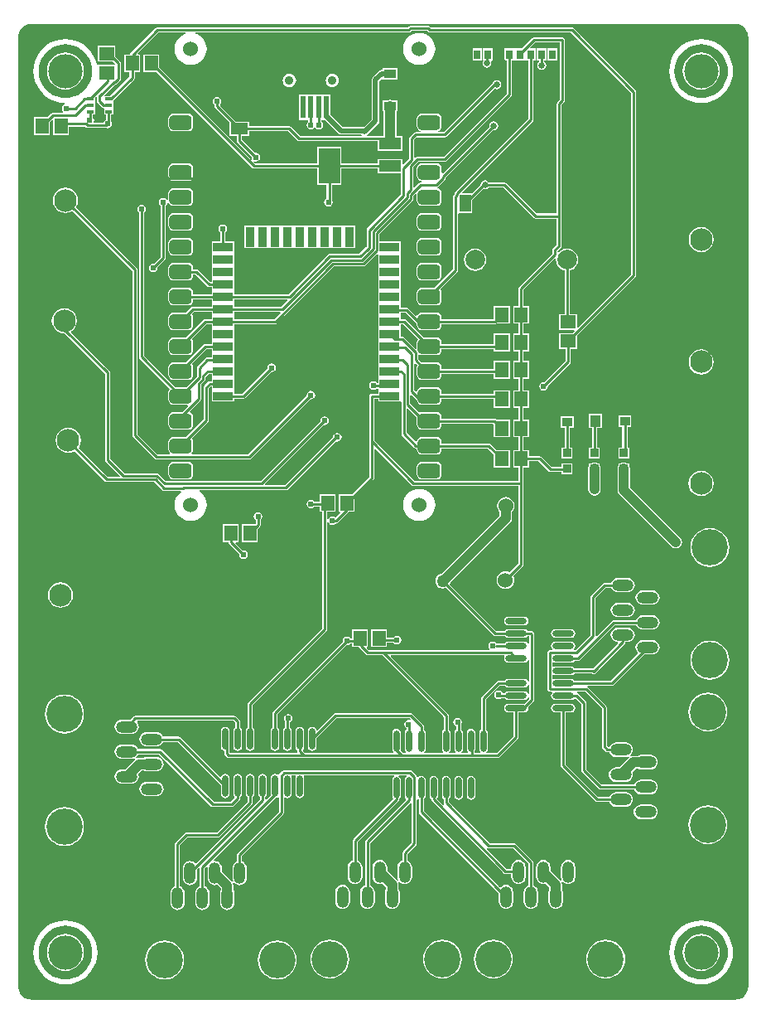
<source format=gtl>
G04*
G04 #@! TF.GenerationSoftware,Altium Limited,CircuitMaker,2.0.3 (51)*
G04*
G04 Layer_Physical_Order=1*
G04 Layer_Color=25308*
%FSLAX24Y24*%
%MOIN*%
G70*
G04*
G04 #@! TF.SameCoordinates,3954AB4D-5D0B-4665-A105-1F8CE3EC6163*
G04*
G04*
G04 #@! TF.FilePolarity,Positive*
G04*
G01*
G75*
%ADD10C,0.0098*%
%ADD11C,0.0100*%
%ADD41C,0.0600*%
%ADD52R,0.0709X0.0453*%
%ADD53R,0.0531X0.0610*%
%ADD54R,0.0413X0.0354*%
%ADD55R,0.0413X0.0453*%
%ADD56R,0.0335X0.0335*%
%ADD57R,0.0480X0.0358*%
%ADD58O,0.0866X0.0236*%
%ADD59O,0.0236X0.0866*%
%ADD60R,0.0880X0.0480*%
%ADD61R,0.0870X0.1420*%
%ADD62R,0.0610X0.0531*%
%ADD63R,0.1968X0.1968*%
%ADD64R,0.0354X0.0787*%
%ADD65R,0.0787X0.0354*%
%ADD66R,0.0197X0.0906*%
%ADD67R,0.0787X0.0984*%
%ADD68R,0.0276X0.0374*%
%ADD69R,0.0453X0.0709*%
%ADD70R,0.0260X0.0118*%
%ADD71C,0.0197*%
%ADD72C,0.0394*%
%ADD73C,0.0906*%
%ADD74O,0.0866X0.0472*%
%ADD75C,0.1457*%
G04:AMPARAMS|DCode=76|XSize=27.6mil|YSize=114.2mil|CornerRadius=6.9mil|HoleSize=0mil|Usage=FLASHONLY|Rotation=0.000|XOffset=0mil|YOffset=0mil|HoleType=Round|Shape=RoundedRectangle|*
%AMROUNDEDRECTD76*
21,1,0.0276,0.1004,0,0,0.0*
21,1,0.0138,0.1142,0,0,0.0*
1,1,0.0138,0.0069,-0.0502*
1,1,0.0138,-0.0069,-0.0502*
1,1,0.0138,-0.0069,0.0502*
1,1,0.0138,0.0069,0.0502*
%
%ADD76ROUNDEDRECTD76*%
G04:AMPARAMS|DCode=77|XSize=60mil|YSize=90mil|CornerRadius=15mil|HoleSize=0mil|Usage=FLASHONLY|Rotation=270.000|XOffset=0mil|YOffset=0mil|HoleType=Round|Shape=RoundedRectangle|*
%AMROUNDEDRECTD77*
21,1,0.0600,0.0600,0,0,270.0*
21,1,0.0300,0.0900,0,0,270.0*
1,1,0.0300,-0.0300,-0.0150*
1,1,0.0300,-0.0300,0.0150*
1,1,0.0300,0.0300,0.0150*
1,1,0.0300,0.0300,-0.0150*
%
%ADD77ROUNDEDRECTD77*%
%ADD78C,0.0787*%
%ADD79C,0.1000*%
%ADD80C,0.0354*%
%ADD81O,0.0472X0.0866*%
%ADD82C,0.0240*%
%ADD83C,0.0500*%
%ADD84C,0.0236*%
%ADD85C,0.0256*%
%ADD86C,0.1378*%
G36*
X38780Y49140D02*
D01*
X38829Y49135D01*
X38914Y49123D01*
X39039Y49072D01*
X39147Y48989D01*
X39229Y48882D01*
X39281Y48756D01*
X39292Y48670D01*
X39298Y48622D01*
X39298Y48622D01*
X39298Y48572D01*
Y10483D01*
X39298Y10433D01*
X39292Y10385D01*
X39281Y10299D01*
X39229Y10174D01*
X39147Y10066D01*
X39039Y9984D01*
X38914Y9932D01*
X38827Y9920D01*
X38780Y9915D01*
X38730Y9915D01*
X38730Y9915D01*
X10483D01*
X10433Y9915D01*
X10385Y9920D01*
X10299Y9932D01*
X10174Y9984D01*
X10066Y10066D01*
X9984Y10174D01*
X9932Y10299D01*
X9920Y10385D01*
X9915Y10433D01*
X9915Y10483D01*
X9915Y10483D01*
Y48573D01*
X9915Y48622D01*
X9920Y48670D01*
X9932Y48756D01*
X9984Y48882D01*
X10066Y48989D01*
X10174Y49072D01*
X10299Y49123D01*
X10385Y49135D01*
X10433Y49140D01*
X10483Y49140D01*
X38730D01*
X38780Y49140D01*
D02*
G37*
%LPC*%
G36*
X29008Y48152D02*
X28630D01*
Y47675D01*
X28630D01*
X28635Y47665D01*
X28611Y47629D01*
X28597Y47559D01*
X28611Y47489D01*
X28650Y47430D01*
X28710Y47390D01*
X28780Y47376D01*
X28849Y47390D01*
X28909Y47430D01*
X28948Y47489D01*
X28962Y47559D01*
X28949Y47625D01*
X28950Y47637D01*
X28970Y47675D01*
X29008D01*
Y48152D01*
D02*
G37*
G36*
X28575D02*
X28197D01*
Y47675D01*
X28575D01*
Y48152D01*
D02*
G37*
G36*
X26052Y48779D02*
X25927Y48767D01*
X25806Y48730D01*
X25694Y48671D01*
X25596Y48591D01*
X25516Y48493D01*
X25457Y48381D01*
X25420Y48260D01*
X25408Y48135D01*
X25420Y48009D01*
X25457Y47888D01*
X25516Y47776D01*
X25596Y47679D01*
X25694Y47598D01*
X25806Y47539D01*
X25927Y47502D01*
X26052Y47490D01*
X26178Y47502D01*
X26299Y47539D01*
X26411Y47598D01*
X26508Y47679D01*
X26589Y47776D01*
X26648Y47888D01*
X26685Y48009D01*
X26697Y48135D01*
X26685Y48260D01*
X26648Y48381D01*
X26589Y48493D01*
X26508Y48591D01*
X26411Y48671D01*
X26299Y48730D01*
X26178Y48767D01*
X26052Y48779D01*
D02*
G37*
G36*
X22559Y47140D02*
X22489Y47131D01*
X22424Y47104D01*
X22368Y47061D01*
X22325Y47005D01*
X22298Y46940D01*
X22289Y46870D01*
X22298Y46800D01*
X22325Y46735D01*
X22368Y46679D01*
X22424Y46636D01*
X22489Y46609D01*
X22559Y46600D01*
X22629Y46609D01*
X22694Y46636D01*
X22750Y46679D01*
X22793Y46735D01*
X22820Y46800D01*
X22829Y46870D01*
X22820Y46940D01*
X22793Y47005D01*
X22750Y47061D01*
X22694Y47104D01*
X22629Y47131D01*
X22559Y47140D01*
D02*
G37*
G36*
X20827D02*
X20757Y47131D01*
X20692Y47104D01*
X20636Y47061D01*
X20593Y47005D01*
X20566Y46940D01*
X20557Y46870D01*
X20566Y46800D01*
X20593Y46735D01*
X20636Y46679D01*
X20692Y46636D01*
X20757Y46609D01*
X20827Y46600D01*
X20897Y46609D01*
X20962Y46636D01*
X21018Y46679D01*
X21061Y46735D01*
X21088Y46800D01*
X21097Y46870D01*
X21088Y46940D01*
X21061Y47005D01*
X21018Y47061D01*
X20962Y47104D01*
X20897Y47131D01*
X20827Y47140D01*
D02*
G37*
G36*
X37402Y48530D02*
X37200Y48515D01*
X37004Y48467D01*
X36818Y48390D01*
X36646Y48285D01*
X36492Y48154D01*
X36361Y48000D01*
X36256Y47828D01*
X36178Y47642D01*
X36131Y47445D01*
X36115Y47244D01*
X36131Y47043D01*
X36178Y46847D01*
X36256Y46660D01*
X36361Y46488D01*
X36492Y46335D01*
X36646Y46203D01*
X36818Y46098D01*
X37004Y46021D01*
X37200Y45974D01*
X37402Y45958D01*
X37603Y45974D01*
X37799Y46021D01*
X37986Y46098D01*
X38158Y46203D01*
X38311Y46335D01*
X38442Y46488D01*
X38548Y46660D01*
X38625Y46847D01*
X38672Y47043D01*
X38688Y47244D01*
X38672Y47445D01*
X38625Y47642D01*
X38548Y47828D01*
X38442Y48000D01*
X38311Y48154D01*
X38158Y48285D01*
X37986Y48390D01*
X37799Y48467D01*
X37603Y48515D01*
X37402Y48530D01*
D02*
G37*
G36*
X16754Y45537D02*
X16154D01*
X16075Y45521D01*
X16009Y45477D01*
X15964Y45410D01*
X15949Y45332D01*
Y45032D01*
X15964Y44953D01*
X16009Y44887D01*
X16075Y44842D01*
X16154Y44827D01*
X16754D01*
X16832Y44842D01*
X16899Y44887D01*
X16943Y44953D01*
X16959Y45032D01*
Y45332D01*
X16943Y45410D01*
X16899Y45477D01*
X16832Y45521D01*
X16754Y45537D01*
D02*
G37*
G36*
Y43537D02*
X16154D01*
X16075Y43521D01*
X16009Y43477D01*
X15964Y43410D01*
X15949Y43332D01*
Y43032D01*
X15964Y42953D01*
X16009Y42887D01*
X16075Y42842D01*
X16154Y42827D01*
X16754D01*
X16832Y42842D01*
X16899Y42887D01*
X16943Y42953D01*
X16959Y43032D01*
Y43332D01*
X16943Y43410D01*
X16899Y43477D01*
X16832Y43521D01*
X16754Y43537D01*
D02*
G37*
G36*
Y42537D02*
X16154D01*
X16075Y42521D01*
X16009Y42477D01*
X15964Y42410D01*
X15949Y42332D01*
Y42066D01*
X15899Y42051D01*
X15871Y42092D01*
X15815Y42130D01*
X15748Y42143D01*
X15681Y42130D01*
X15625Y42092D01*
X15587Y42035D01*
X15573Y41968D01*
X15587Y41902D01*
X15625Y41845D01*
X15646Y41831D01*
Y39767D01*
X15379Y39500D01*
X15354Y39505D01*
X15288Y39492D01*
X15231Y39454D01*
X15193Y39398D01*
X15180Y39331D01*
X15193Y39264D01*
X15231Y39207D01*
X15288Y39169D01*
X15354Y39156D01*
X15421Y39169D01*
X15478Y39207D01*
X15516Y39264D01*
X15529Y39331D01*
X15524Y39356D01*
X15820Y39652D01*
X15843Y39685D01*
X15850Y39724D01*
Y41831D01*
X15871Y41845D01*
X15909Y41902D01*
X15917Y41941D01*
X15940Y41947D01*
X15969Y41946D01*
X16009Y41887D01*
X16075Y41842D01*
X16154Y41827D01*
X16754D01*
X16832Y41842D01*
X16899Y41887D01*
X16943Y41953D01*
X16959Y42032D01*
Y42332D01*
X16943Y42410D01*
X16899Y42477D01*
X16832Y42521D01*
X16754Y42537D01*
D02*
G37*
G36*
X23029Y41027D02*
X22982Y41020D01*
X22536D01*
X22529Y41020D01*
X22486D01*
X22479Y41020D01*
X22036D01*
X22029Y41020D01*
X21986D01*
X21979Y41020D01*
X21536D01*
X21529Y41020D01*
X21486D01*
X21479Y41020D01*
X21036D01*
X21029Y41020D01*
X20986D01*
X20979Y41020D01*
X20536D01*
X20529Y41020D01*
X20486D01*
X20479Y41020D01*
X20036D01*
X20029Y41020D01*
X19986D01*
X19979Y41020D01*
X19536D01*
X19529Y41020D01*
X19486D01*
X19479Y41020D01*
X19029D01*
Y40131D01*
X19479D01*
X19486Y40131D01*
X19529D01*
X19536Y40131D01*
X19979D01*
X19986Y40131D01*
X20029D01*
X20036Y40131D01*
X20479D01*
X20486Y40131D01*
X20529D01*
X20536Y40131D01*
X20979D01*
X20986Y40131D01*
X21029D01*
X21036Y40131D01*
X21479D01*
X21486Y40131D01*
X21529D01*
X21536Y40131D01*
X21979D01*
X21986Y40131D01*
X22029D01*
X22036Y40131D01*
X22479D01*
X22486Y40131D01*
X22529D01*
X22536Y40131D01*
X22982D01*
X22986Y40131D01*
X23033Y40137D01*
X23486D01*
Y41027D01*
X23033D01*
X23029Y41027D01*
D02*
G37*
G36*
X26754Y41537D02*
X26154D01*
X26075Y41521D01*
X26009Y41477D01*
X25964Y41410D01*
X25949Y41332D01*
Y41032D01*
X25964Y40953D01*
X26009Y40887D01*
X26075Y40842D01*
X26154Y40827D01*
X26754D01*
X26832Y40842D01*
X26899Y40887D01*
X26943Y40953D01*
X26959Y41032D01*
Y41332D01*
X26943Y41410D01*
X26899Y41477D01*
X26832Y41521D01*
X26754Y41537D01*
D02*
G37*
G36*
X16754D02*
X16154D01*
X16075Y41521D01*
X16009Y41477D01*
X15964Y41410D01*
X15949Y41332D01*
Y41032D01*
X15964Y40953D01*
X16009Y40887D01*
X16075Y40842D01*
X16154Y40827D01*
X16754D01*
X16832Y40842D01*
X16899Y40887D01*
X16943Y40953D01*
X16959Y41032D01*
Y41332D01*
X16943Y41410D01*
X16899Y41477D01*
X16832Y41521D01*
X16754Y41537D01*
D02*
G37*
G36*
X37402Y40981D02*
X37270Y40963D01*
X37147Y40913D01*
X37042Y40832D01*
X36961Y40727D01*
X36911Y40604D01*
X36893Y40472D01*
X36911Y40341D01*
X36961Y40218D01*
X37042Y40113D01*
X37147Y40032D01*
X37270Y39981D01*
X37402Y39964D01*
X37533Y39981D01*
X37656Y40032D01*
X37761Y40113D01*
X37842Y40218D01*
X37893Y40341D01*
X37910Y40472D01*
X37893Y40604D01*
X37842Y40727D01*
X37761Y40832D01*
X37656Y40913D01*
X37533Y40963D01*
X37402Y40981D01*
D02*
G37*
G36*
X26754Y40537D02*
X26154D01*
X26075Y40521D01*
X26009Y40477D01*
X25964Y40410D01*
X25949Y40332D01*
Y40032D01*
X25964Y39953D01*
X26009Y39887D01*
X26075Y39842D01*
X26154Y39827D01*
X26754D01*
X26832Y39842D01*
X26899Y39887D01*
X26943Y39953D01*
X26959Y40032D01*
Y40332D01*
X26943Y40410D01*
X26899Y40477D01*
X26832Y40521D01*
X26754Y40537D01*
D02*
G37*
G36*
X16754D02*
X16154D01*
X16075Y40521D01*
X16009Y40477D01*
X15964Y40410D01*
X15949Y40332D01*
Y40032D01*
X15964Y39953D01*
X16009Y39887D01*
X16075Y39842D01*
X16154Y39827D01*
X16754D01*
X16832Y39842D01*
X16899Y39887D01*
X16943Y39953D01*
X16959Y40032D01*
Y40332D01*
X16943Y40410D01*
X16899Y40477D01*
X16832Y40521D01*
X16754Y40537D01*
D02*
G37*
G36*
X28306Y40110D02*
X28190Y40095D01*
X28082Y40050D01*
X27989Y39979D01*
X27918Y39886D01*
X27873Y39778D01*
X27858Y39661D01*
X27873Y39545D01*
X27918Y39437D01*
X27989Y39344D01*
X28082Y39273D01*
X28190Y39228D01*
X28306Y39213D01*
X28422Y39228D01*
X28531Y39273D01*
X28624Y39344D01*
X28695Y39437D01*
X28740Y39545D01*
X28755Y39661D01*
X28740Y39778D01*
X28695Y39886D01*
X28624Y39979D01*
X28531Y40050D01*
X28422Y40095D01*
X28306Y40110D01*
D02*
G37*
G36*
X26754Y39537D02*
X26154D01*
X26075Y39521D01*
X26009Y39477D01*
X25964Y39410D01*
X25949Y39332D01*
Y39032D01*
X25964Y38953D01*
X26009Y38887D01*
X26075Y38842D01*
X26154Y38827D01*
X26754D01*
X26832Y38842D01*
X26899Y38887D01*
X26943Y38953D01*
X26959Y39032D01*
Y39332D01*
X26943Y39410D01*
X26899Y39477D01*
X26832Y39521D01*
X26754Y39537D01*
D02*
G37*
G36*
X26401Y49078D02*
X25704D01*
X25665Y49070D01*
X25632Y49048D01*
X25584Y49000D01*
X15512D01*
X15473Y48992D01*
X15439Y48970D01*
X14426Y47956D01*
X14403Y47923D01*
X14402Y47915D01*
X14181D01*
Y47203D01*
X14396D01*
Y47021D01*
X13607Y46232D01*
X13416D01*
X13396Y46282D01*
X13822Y46709D01*
X13850Y46714D01*
X13884Y46737D01*
X14009Y46862D01*
X14032Y46896D01*
X14039Y46935D01*
Y47559D01*
X14032Y47598D01*
X14009Y47631D01*
X13821Y47820D01*
Y48260D01*
X13108D01*
Y47626D01*
X13725D01*
X13809Y47542D01*
X13788Y47492D01*
X13108D01*
X13108Y47492D01*
Y47492D01*
X13066Y47511D01*
X13034Y47642D01*
X12957Y47828D01*
X12852Y48000D01*
X12721Y48154D01*
X12567Y48285D01*
X12395Y48390D01*
X12208Y48467D01*
X12012Y48515D01*
X11811Y48530D01*
X11610Y48515D01*
X11414Y48467D01*
X11227Y48390D01*
X11055Y48285D01*
X10901Y48154D01*
X10770Y48000D01*
X10665Y47828D01*
X10588Y47642D01*
X10541Y47445D01*
X10525Y47244D01*
X10541Y47043D01*
X10588Y46847D01*
X10665Y46660D01*
X10770Y46488D01*
X10901Y46335D01*
X11055Y46203D01*
X11227Y46098D01*
X11414Y46021D01*
X11610Y45974D01*
X11782Y45960D01*
X11785Y45910D01*
X11784Y45909D01*
X11727Y45872D01*
X11689Y45815D01*
X11676Y45748D01*
X11689Y45681D01*
X11726Y45626D01*
X11725Y45619D01*
X11710Y45576D01*
X11309D01*
X11270Y45568D01*
X11236Y45545D01*
X11086Y45396D01*
X10559D01*
Y44683D01*
X11193D01*
Y45210D01*
X11281Y45298D01*
X11327Y45279D01*
Y44683D01*
X11961D01*
Y45016D01*
X12599D01*
X12632Y44983D01*
X12665Y44961D01*
X12704Y44953D01*
X13441D01*
X13449Y44954D01*
X13504Y44944D01*
X13571Y44957D01*
X13627Y44995D01*
X13665Y45051D01*
X13679Y45118D01*
X13665Y45185D01*
X13654Y45202D01*
Y45500D01*
X13732D01*
Y45720D01*
X13732D01*
Y45756D01*
X13732D01*
Y45962D01*
X13732Y46012D01*
X13732Y46026D01*
Y46068D01*
X14570Y46906D01*
X14593Y46939D01*
X14600Y46978D01*
Y47203D01*
X14815D01*
Y47915D01*
X14740D01*
X14720Y47962D01*
X15554Y48795D01*
X16650D01*
X16658Y48745D01*
X16609Y48730D01*
X16497Y48671D01*
X16400Y48591D01*
X16319Y48493D01*
X16260Y48381D01*
X16223Y48260D01*
X16211Y48135D01*
X16223Y48009D01*
X16260Y47888D01*
X16319Y47776D01*
X16400Y47679D01*
X16497Y47598D01*
X16609Y47539D01*
X16730Y47502D01*
X16856Y47490D01*
X16981Y47502D01*
X17102Y47539D01*
X17214Y47598D01*
X17311Y47679D01*
X17392Y47776D01*
X17451Y47888D01*
X17488Y48009D01*
X17500Y48135D01*
X17488Y48260D01*
X17451Y48381D01*
X17392Y48493D01*
X17311Y48591D01*
X17214Y48671D01*
X17102Y48730D01*
X17053Y48745D01*
X17061Y48795D01*
X25627D01*
X25666Y48803D01*
X25699Y48825D01*
X25747Y48873D01*
X26358D01*
X26406Y48825D01*
X26439Y48803D01*
X26478Y48795D01*
X32162D01*
X34583Y46375D01*
Y43307D01*
Y39068D01*
X32450Y36935D01*
X32404Y36954D01*
Y37472D01*
X32109D01*
Y39226D01*
X32123Y39228D01*
X32231Y39273D01*
X32324Y39344D01*
X32396Y39437D01*
X32441Y39545D01*
X32456Y39661D01*
X32441Y39778D01*
X32396Y39886D01*
X32324Y39979D01*
X32231Y40050D01*
X32123Y40095D01*
X32007Y40110D01*
X31891Y40095D01*
X31783Y40050D01*
X31690Y39979D01*
X31678Y39963D01*
X31627Y39978D01*
X31622Y40011D01*
X31765Y40153D01*
X31787Y40187D01*
X31795Y40226D01*
Y45472D01*
X31791Y45492D01*
X31795Y45512D01*
Y45902D01*
X31883Y45991D01*
X31906Y46024D01*
X31913Y46063D01*
Y48504D01*
X31906Y48543D01*
X31883Y48576D01*
X31850Y48598D01*
X31811Y48606D01*
X30675D01*
X30636Y48598D01*
X30603Y48576D01*
X30178Y48152D01*
X29929D01*
Y47675D01*
X30307D01*
Y47950D01*
X30312Y47953D01*
X30362Y47927D01*
Y47675D01*
X30449D01*
Y45332D01*
X27514Y42397D01*
X27492Y42364D01*
X27484Y42325D01*
Y42314D01*
X27447Y42277D01*
X27425Y42244D01*
X27417Y42205D01*
Y39290D01*
X26664Y38537D01*
X26154D01*
X26075Y38521D01*
X26009Y38477D01*
X25964Y38410D01*
X25949Y38332D01*
Y38032D01*
X25964Y37953D01*
X26009Y37887D01*
X26075Y37842D01*
X26154Y37827D01*
X26754D01*
X26832Y37842D01*
X26899Y37887D01*
X26943Y37953D01*
X26959Y38032D01*
Y38332D01*
X26943Y38410D01*
X26899Y38477D01*
X26899Y38482D01*
X27592Y39175D01*
X27614Y39208D01*
X27622Y39248D01*
Y41479D01*
X27636Y41524D01*
X28191D01*
Y42062D01*
X28636Y42507D01*
X28701Y42495D01*
X28771Y42508D01*
X28830Y42548D01*
X28848Y42575D01*
X29446D01*
X30676Y41345D01*
X30709Y41323D01*
X30748Y41315D01*
X31591D01*
Y40268D01*
X31441Y40118D01*
X31418Y40085D01*
X31411Y40046D01*
Y39902D01*
X30075Y38566D01*
X30053Y38533D01*
X30045Y38494D01*
Y37797D01*
X29831D01*
Y37085D01*
X30045D01*
Y36695D01*
X29831D01*
Y35982D01*
X30045D01*
Y35593D01*
X29831D01*
Y34880D01*
X30045D01*
Y34411D01*
X29831D01*
Y33699D01*
X30045D01*
Y33230D01*
X29831D01*
Y32518D01*
X30045D01*
Y32010D01*
X29831D01*
Y31297D01*
X30037D01*
Y30772D01*
X25869D01*
X24236Y32405D01*
Y34071D01*
X24409D01*
Y33954D01*
X25281D01*
X25299Y33954D01*
X25331Y33917D01*
Y32677D01*
X25339Y32638D01*
X25361Y32605D01*
X25856Y32110D01*
X25889Y32087D01*
X25928Y32080D01*
X25949D01*
Y32032D01*
X25964Y31953D01*
X26009Y31887D01*
X26075Y31842D01*
X26154Y31827D01*
X26754D01*
X26832Y31842D01*
X26899Y31887D01*
X26943Y31953D01*
X26959Y32032D01*
Y32080D01*
X28809D01*
X29063Y31826D01*
Y31297D01*
X29697D01*
Y32010D01*
X29168D01*
X28924Y32254D01*
X28891Y32276D01*
X28852Y32284D01*
X26959D01*
Y32332D01*
X26943Y32410D01*
X26899Y32477D01*
X26832Y32521D01*
X26754Y32537D01*
X26154D01*
X26075Y32521D01*
X26009Y32477D01*
X25964Y32410D01*
X25956Y32369D01*
X25902Y32353D01*
X25535Y32720D01*
Y33695D01*
X25582Y33715D01*
X25951Y33345D01*
X25949Y33332D01*
Y33032D01*
X25964Y32953D01*
X26009Y32887D01*
X26075Y32842D01*
X26154Y32827D01*
X26754D01*
X26832Y32842D01*
X26899Y32887D01*
X26943Y32953D01*
X26959Y33032D01*
Y33080D01*
X29030D01*
X29063Y33046D01*
Y32518D01*
X29697D01*
Y33230D01*
X29168D01*
X29144Y33254D01*
X29111Y33276D01*
X29072Y33284D01*
X26959D01*
Y33332D01*
X26943Y33410D01*
X26899Y33477D01*
X26832Y33521D01*
X26754Y33537D01*
X26154D01*
X26075Y33521D01*
X26069Y33517D01*
X25693Y33893D01*
Y34215D01*
X25739Y34234D01*
X25912Y34061D01*
X25912Y34061D01*
X25912Y34061D01*
X25929Y34050D01*
X25945Y34039D01*
X25945Y34039D01*
X25945Y34039D01*
X25949Y34039D01*
Y34032D01*
X25964Y33953D01*
X26009Y33887D01*
X26075Y33842D01*
X26154Y33827D01*
X26754D01*
X26832Y33842D01*
X26899Y33887D01*
X26943Y33953D01*
X26959Y34032D01*
Y34080D01*
X29063D01*
Y33699D01*
X29697D01*
Y34411D01*
X29063D01*
Y34284D01*
X26959D01*
Y34332D01*
X26943Y34410D01*
X26899Y34477D01*
X26832Y34521D01*
X26754Y34537D01*
X26154D01*
X26075Y34521D01*
X26009Y34477D01*
X25964Y34410D01*
X25958Y34376D01*
X25903Y34360D01*
X25843Y34420D01*
Y35483D01*
X25889Y35502D01*
X25971Y35420D01*
X25964Y35410D01*
X25949Y35332D01*
Y35032D01*
X25964Y34953D01*
X26009Y34887D01*
X26075Y34842D01*
X26154Y34827D01*
X26754D01*
X26832Y34842D01*
X26899Y34887D01*
X26943Y34953D01*
X26959Y35032D01*
Y35080D01*
X29063D01*
Y34880D01*
X29697D01*
Y35593D01*
X29063D01*
Y35284D01*
X26959D01*
Y35332D01*
X26943Y35410D01*
X26899Y35477D01*
X26832Y35521D01*
X26754Y35537D01*
X26154D01*
X26145Y35535D01*
X26008Y35672D01*
Y35827D01*
X26058Y35854D01*
X26075Y35842D01*
X26154Y35827D01*
X26754D01*
X26832Y35842D01*
X26899Y35887D01*
X26943Y35953D01*
X26959Y36032D01*
Y36080D01*
X29063D01*
Y35982D01*
X29697D01*
Y36695D01*
X29063D01*
Y36284D01*
X26959D01*
Y36332D01*
X26943Y36410D01*
X26899Y36477D01*
X26832Y36521D01*
X26754Y36537D01*
X26244D01*
X25526Y37254D01*
X25493Y37276D01*
X25454Y37284D01*
X25299D01*
Y37404D01*
X25299Y37410D01*
Y37454D01*
X25299Y37460D01*
Y37530D01*
X25515D01*
X25935Y37110D01*
X25949Y37100D01*
Y37032D01*
X25964Y36953D01*
X26009Y36887D01*
X26075Y36842D01*
X26154Y36827D01*
X26754D01*
X26832Y36842D01*
X26899Y36887D01*
X26943Y36953D01*
X26959Y37032D01*
Y37080D01*
X29121D01*
X29146Y37085D01*
X29697D01*
Y37797D01*
X29063D01*
Y37284D01*
X26959D01*
Y37332D01*
X26943Y37410D01*
X26899Y37477D01*
X26832Y37521D01*
X26754Y37537D01*
X26154D01*
X26075Y37521D01*
X26009Y37477D01*
X25976Y37428D01*
X25918Y37415D01*
X25629Y37704D01*
X25596Y37726D01*
X25557Y37734D01*
X25299D01*
Y37904D01*
X25299Y37910D01*
Y37954D01*
X25299Y37960D01*
Y38404D01*
X25299Y38410D01*
Y38454D01*
X25299Y38460D01*
Y38904D01*
X25299Y38910D01*
Y38954D01*
X25299Y38960D01*
Y39404D01*
X25299Y39410D01*
Y39454D01*
X25299Y39460D01*
Y39904D01*
X25299Y39910D01*
Y39954D01*
X25299Y39960D01*
Y40410D01*
X24462D01*
Y40706D01*
X25793Y42037D01*
X25816Y42071D01*
X25823Y42110D01*
Y42239D01*
X25899Y42314D01*
X25949Y42293D01*
Y42032D01*
X25964Y41953D01*
X26009Y41887D01*
X26075Y41842D01*
X26154Y41827D01*
X26754D01*
X26832Y41842D01*
X26899Y41887D01*
X26943Y41953D01*
X26959Y42032D01*
Y42332D01*
X26943Y42410D01*
X26899Y42477D01*
X26832Y42521D01*
X26787Y42530D01*
X26786Y42581D01*
X26792Y42583D01*
X26826Y42605D01*
X27077Y42856D01*
X27099Y42889D01*
X27107Y42928D01*
Y42946D01*
X29024Y44863D01*
X29055Y44857D01*
X29125Y44871D01*
X29184Y44910D01*
X29224Y44969D01*
X29238Y45039D01*
X29224Y45109D01*
X29184Y45169D01*
X29125Y45208D01*
X29055Y45222D01*
X28985Y45208D01*
X28926Y45169D01*
X28886Y45109D01*
X28872Y45039D01*
X28879Y45008D01*
X27005Y43134D01*
X26959Y43153D01*
Y43332D01*
X26943Y43410D01*
X26899Y43477D01*
X26832Y43521D01*
X26754Y43537D01*
X26154D01*
X26075Y43521D01*
X26009Y43477D01*
X25964Y43410D01*
X25949Y43332D01*
Y43032D01*
X25964Y42953D01*
X26009Y42887D01*
X26075Y42842D01*
X26140Y42830D01*
X26135Y42780D01*
X26117D01*
X26078Y42772D01*
X26045Y42750D01*
X25857Y42562D01*
X25811Y42581D01*
Y43383D01*
X26027Y43598D01*
X27087D01*
X27126Y43606D01*
X27159Y43628D01*
X29757Y46227D01*
X29780Y46260D01*
X29787Y46299D01*
Y47675D01*
X29874D01*
Y48152D01*
X29496D01*
Y47675D01*
X29583D01*
Y46342D01*
X27044Y43803D01*
X25984D01*
X25945Y43795D01*
X25912Y43773D01*
X25897Y43758D01*
X25850Y43777D01*
Y44485D01*
X25948Y44583D01*
X27087D01*
X27126Y44590D01*
X27159Y44613D01*
X29084Y46537D01*
X29103Y46524D01*
X29173Y46510D01*
X29243Y46524D01*
X29302Y46564D01*
X29342Y46623D01*
X29356Y46693D01*
X29342Y46763D01*
X29302Y46822D01*
X29243Y46862D01*
X29173Y46876D01*
X29103Y46862D01*
X29044Y46822D01*
X29004Y46763D01*
X29001Y46744D01*
X27044Y44787D01*
X26812D01*
X26807Y44837D01*
X26832Y44842D01*
X26899Y44887D01*
X26943Y44953D01*
X26959Y45032D01*
Y45332D01*
X26943Y45410D01*
X26899Y45477D01*
X26832Y45521D01*
X26754Y45537D01*
X26154D01*
X26075Y45521D01*
X26009Y45477D01*
X25964Y45410D01*
X25949Y45332D01*
Y45032D01*
X25964Y44953D01*
X26009Y44887D01*
X26075Y44842D01*
X26101Y44837D01*
X26096Y44787D01*
X25906D01*
X25866Y44780D01*
X25833Y44757D01*
X25676Y44600D01*
X25653Y44567D01*
X25646Y44528D01*
Y43719D01*
X25419Y43492D01*
X25373Y43511D01*
Y43716D01*
X24390D01*
Y43528D01*
X22918D01*
Y44186D01*
X21945D01*
Y43528D01*
X19442D01*
X19392Y43578D01*
X19421Y43618D01*
X19488Y43605D01*
X19555Y43618D01*
X19612Y43656D01*
X19650Y43713D01*
X19663Y43780D01*
X19650Y43846D01*
X19612Y43903D01*
X19555Y43941D01*
X19488Y43954D01*
X19463Y43949D01*
X18921Y44491D01*
Y44644D01*
X19224D01*
Y44819D01*
X20784D01*
X21148Y44455D01*
X21181Y44433D01*
X21220Y44425D01*
X24390D01*
Y44044D01*
X25373D01*
Y44626D01*
X25134D01*
Y45620D01*
X25173D01*
Y46081D01*
X24982D01*
X24978Y46084D01*
X24881Y46103D01*
X24785Y46084D01*
X24780Y46081D01*
X24591D01*
Y45620D01*
X24629D01*
Y44630D01*
X23958D01*
X23943Y44680D01*
X23966Y44695D01*
X23966Y44695D01*
X24399Y45128D01*
X24432Y45178D01*
X24432Y45178D01*
X24444Y45236D01*
Y46827D01*
X24547Y46930D01*
X24591Y46911D01*
Y46911D01*
X25173D01*
Y47372D01*
X24591D01*
Y47294D01*
X24543D01*
X24543Y47294D01*
X24543Y47294D01*
X24518Y47289D01*
X24485Y47283D01*
X24485Y47283D01*
X24485Y47283D01*
X24460Y47266D01*
X24435Y47250D01*
X24435Y47250D01*
X24435Y47250D01*
X24183Y46998D01*
X24167Y46973D01*
X24150Y46948D01*
X24150Y46948D01*
X24150Y46948D01*
X24145Y46921D01*
X24139Y46890D01*
Y45299D01*
X23832Y44992D01*
X23819Y44995D01*
X22977D01*
X22475Y45496D01*
Y45787D01*
X22472Y45802D01*
Y46291D01*
X22208D01*
X22173Y46291D01*
X22123Y46291D01*
X21858D01*
Y46291D01*
X21843D01*
Y46291D01*
X21578D01*
X21543Y46291D01*
X21493Y46291D01*
X21228D01*
Y45283D01*
X21493D01*
X21528Y45283D01*
X21555D01*
X21578Y45261D01*
X21574Y45205D01*
X21569Y45202D01*
X21532Y45146D01*
X21518Y45079D01*
X21532Y45012D01*
X21569Y44955D01*
X21626Y44917D01*
X21693Y44904D01*
X21760Y44917D01*
X21816Y44955D01*
X21825Y44969D01*
X21875D01*
X21884Y44955D01*
X21941Y44917D01*
X22008Y44904D01*
X22075Y44917D01*
X22131Y44955D01*
X22169Y45012D01*
X22182Y45079D01*
X22169Y45146D01*
X22131Y45202D01*
X22127Y45205D01*
X22123Y45261D01*
X22146Y45283D01*
X22257Y45283D01*
X22806Y44735D01*
X22855Y44702D01*
X22913Y44690D01*
X23727D01*
X23740Y44680D01*
X23735Y44655D01*
X23715Y44630D01*
X21263D01*
X20899Y44994D01*
X20866Y45016D01*
X20827Y45024D01*
X19224D01*
Y45199D01*
X18686D01*
X18041Y45844D01*
X18037Y45900D01*
X18075Y45957D01*
X18088Y46024D01*
X18075Y46090D01*
X18037Y46147D01*
X17980Y46185D01*
X17913Y46198D01*
X17847Y46185D01*
X17790Y46147D01*
X17752Y46090D01*
X17739Y46024D01*
X17752Y45957D01*
X17790Y45900D01*
X17811Y45886D01*
Y45827D01*
X17819Y45788D01*
X17841Y45754D01*
X18413Y45182D01*
Y44644D01*
X18717D01*
Y44449D01*
X18724Y44410D01*
X18747Y44376D01*
X19319Y43804D01*
X19314Y43780D01*
X19327Y43713D01*
X19287Y43683D01*
X15583Y47387D01*
Y47915D01*
X14949D01*
Y47203D01*
X15477D01*
X19327Y43353D01*
X19360Y43331D01*
X19400Y43323D01*
X21945D01*
Y42664D01*
X22329D01*
Y42126D01*
X22278Y42092D01*
X22240Y42035D01*
X22227Y41968D01*
X22240Y41902D01*
X22278Y41845D01*
X22335Y41807D01*
X22402Y41794D01*
X22468Y41807D01*
X22525Y41845D01*
X22563Y41902D01*
X22576Y41968D01*
X22563Y42035D01*
X22534Y42079D01*
Y42664D01*
X22918D01*
Y43323D01*
X24390D01*
Y43134D01*
X25319D01*
Y42276D01*
X23963Y40919D01*
X23940Y40886D01*
X23933Y40847D01*
Y40183D01*
X23926Y40176D01*
X23925Y40176D01*
X23892Y40154D01*
X23636Y39898D01*
X22458D01*
X22419Y39890D01*
X22385Y39868D01*
X20802Y38284D01*
X18606D01*
Y38404D01*
X18606Y38410D01*
Y38454D01*
X18606Y38460D01*
Y38904D01*
X18606Y38910D01*
Y38954D01*
X18606Y38960D01*
Y39404D01*
X18606Y39410D01*
Y39454D01*
X18606Y39460D01*
Y39904D01*
X18606Y39910D01*
Y39954D01*
X18606Y39960D01*
Y40410D01*
X18252D01*
Y40768D01*
X18273Y40782D01*
X18311Y40839D01*
X18324Y40906D01*
X18311Y40972D01*
X18273Y41029D01*
X18216Y41067D01*
X18150Y41080D01*
X18083Y41067D01*
X18026Y41029D01*
X17988Y40972D01*
X17975Y40906D01*
X17988Y40839D01*
X18026Y40782D01*
X18047Y40768D01*
Y40410D01*
X17716D01*
Y39960D01*
X17716Y39954D01*
Y39910D01*
X17716Y39904D01*
Y39460D01*
X17716Y39454D01*
Y39410D01*
X17716Y39404D01*
Y38960D01*
X17716Y38954D01*
Y38910D01*
X17716Y38904D01*
Y38764D01*
X17641D01*
X17150Y39254D01*
X17117Y39276D01*
X17078Y39284D01*
X16959D01*
Y39332D01*
X16943Y39410D01*
X16899Y39477D01*
X16832Y39521D01*
X16754Y39537D01*
X16154D01*
X16075Y39521D01*
X16009Y39477D01*
X15964Y39410D01*
X15949Y39332D01*
Y39032D01*
X15964Y38953D01*
X16009Y38887D01*
X16075Y38842D01*
X16154Y38827D01*
X16754D01*
X16832Y38842D01*
X16899Y38887D01*
X16943Y38953D01*
X16959Y39032D01*
Y39080D01*
X17036D01*
X17526Y38589D01*
X17559Y38567D01*
X17598Y38559D01*
X17716D01*
Y38460D01*
X17716Y38454D01*
Y38410D01*
X17716Y38404D01*
Y38284D01*
X16959D01*
Y38332D01*
X16943Y38410D01*
X16899Y38477D01*
X16832Y38521D01*
X16754Y38537D01*
X16154D01*
X16075Y38521D01*
X16009Y38477D01*
X15964Y38410D01*
X15949Y38332D01*
Y38032D01*
X15964Y37953D01*
X16009Y37887D01*
X16075Y37842D01*
X16154Y37827D01*
X16754D01*
X16832Y37842D01*
X16899Y37887D01*
X16943Y37953D01*
X16959Y38032D01*
Y38080D01*
X17716D01*
Y37954D01*
X17716D01*
Y37910D01*
X17716D01*
Y37784D01*
X16954D01*
X16915Y37776D01*
X16882Y37754D01*
X16664Y37537D01*
X16154D01*
X16075Y37521D01*
X16009Y37477D01*
X15964Y37410D01*
X15949Y37332D01*
Y37032D01*
X15964Y36953D01*
X16009Y36887D01*
X16075Y36842D01*
X16154Y36827D01*
X16754D01*
X16832Y36842D01*
X16899Y36887D01*
X16943Y36953D01*
X16959Y37032D01*
Y37332D01*
X16943Y37410D01*
X16899Y37477D01*
X16899Y37482D01*
X16996Y37580D01*
X17716D01*
Y37454D01*
X17716D01*
Y37410D01*
X17716D01*
Y37284D01*
X17454D01*
X17415Y37276D01*
X17382Y37254D01*
X16664Y36537D01*
X16154D01*
X16075Y36521D01*
X16009Y36477D01*
X15964Y36410D01*
X15949Y36332D01*
Y36032D01*
X15964Y35953D01*
X16009Y35887D01*
X16075Y35842D01*
X16154Y35827D01*
X16754D01*
X16832Y35842D01*
X16899Y35887D01*
X16943Y35953D01*
X16959Y36032D01*
Y36332D01*
X16943Y36410D01*
X16899Y36477D01*
X16899Y36482D01*
X17496Y37080D01*
X17716D01*
Y36960D01*
X17716Y36954D01*
Y36910D01*
X17716Y36904D01*
Y36460D01*
X17716Y36454D01*
Y36410D01*
X17716Y36404D01*
Y36284D01*
X17454D01*
X17415Y36276D01*
X17382Y36254D01*
X16664Y35537D01*
X16154D01*
X16075Y35521D01*
X16009Y35477D01*
X15964Y35410D01*
X15949Y35332D01*
Y35032D01*
X15964Y34953D01*
X16009Y34887D01*
X16075Y34842D01*
X16154Y34827D01*
X16754D01*
X16832Y34842D01*
X16899Y34887D01*
X16943Y34953D01*
X16959Y35032D01*
Y35332D01*
X16943Y35410D01*
X16899Y35477D01*
X16899Y35482D01*
X17496Y36080D01*
X17716D01*
Y35960D01*
X17716Y35954D01*
Y35910D01*
X17716Y35904D01*
Y35732D01*
X17520D01*
X17481Y35724D01*
X17447Y35702D01*
X17132Y35387D01*
X17110Y35354D01*
X17102Y35315D01*
Y34975D01*
X16664Y34537D01*
X16244D01*
X14984Y35796D01*
Y41555D01*
X15005Y41569D01*
X15043Y41626D01*
X15057Y41693D01*
X15043Y41760D01*
X15005Y41816D01*
X14949Y41854D01*
X14882Y41868D01*
X14815Y41854D01*
X14758Y41816D01*
X14721Y41760D01*
X14707Y41693D01*
X14721Y41626D01*
X14758Y41569D01*
X14780Y41555D01*
Y35754D01*
X14787Y35715D01*
X14810Y35682D01*
X16009Y34482D01*
X16009Y34477D01*
X15964Y34410D01*
X15949Y34332D01*
Y34032D01*
X15964Y33953D01*
X16009Y33887D01*
X16075Y33842D01*
X16154Y33827D01*
X16722D01*
X16742Y33777D01*
X16502Y33537D01*
X16154D01*
X16075Y33521D01*
X16009Y33477D01*
X15964Y33410D01*
X15949Y33332D01*
Y33032D01*
X15964Y32953D01*
X16009Y32887D01*
X16075Y32842D01*
X16154Y32827D01*
X16754D01*
X16832Y32842D01*
X16899Y32887D01*
X16943Y32953D01*
X16959Y33032D01*
Y33332D01*
X16943Y33410D01*
X16899Y33477D01*
X16841Y33516D01*
X16825Y33570D01*
X17238Y33983D01*
X17260Y34016D01*
X17268Y34055D01*
Y34639D01*
X17427Y34798D01*
X17449Y34832D01*
X17449Y34832D01*
X17449Y34832D01*
X17457Y34871D01*
Y34950D01*
X17586Y35080D01*
X17716D01*
Y34960D01*
X17716Y34954D01*
Y34910D01*
X17716Y34904D01*
Y34784D01*
X17635D01*
X17595Y34776D01*
X17562Y34754D01*
X17408Y34600D01*
X17386Y34567D01*
X17378Y34528D01*
Y33251D01*
X16664Y32537D01*
X16154D01*
X16075Y32521D01*
X16009Y32477D01*
X15964Y32410D01*
X15949Y32332D01*
Y32032D01*
X15964Y31953D01*
X16009Y31887D01*
X16012Y31885D01*
X15997Y31835D01*
X15515D01*
X14709Y32641D01*
Y39252D01*
X14701Y39291D01*
X14679Y39324D01*
X12233Y41770D01*
X12251Y41793D01*
X12302Y41916D01*
X12319Y42047D01*
X12302Y42179D01*
X12251Y42301D01*
X12170Y42407D01*
X12065Y42487D01*
X11943Y42538D01*
X11811Y42556D01*
X11679Y42538D01*
X11557Y42487D01*
X11452Y42407D01*
X11371Y42301D01*
X11320Y42179D01*
X11303Y42047D01*
X11320Y41916D01*
X11371Y41793D01*
X11452Y41688D01*
X11557Y41607D01*
X11679Y41556D01*
X11811Y41539D01*
X11943Y41556D01*
X12065Y41607D01*
X12089Y41625D01*
X14504Y39210D01*
Y32598D01*
X14512Y32559D01*
X14534Y32526D01*
X15400Y31660D01*
X15433Y31638D01*
X15472Y31630D01*
X19213D01*
X19252Y31638D01*
X19285Y31660D01*
X21668Y34043D01*
X21693Y34038D01*
X21760Y34051D01*
X21816Y34089D01*
X21854Y34146D01*
X21868Y34213D01*
X21854Y34279D01*
X21816Y34336D01*
X21760Y34374D01*
X21693Y34387D01*
X21626Y34374D01*
X21569Y34336D01*
X21532Y34279D01*
X21518Y34213D01*
X21523Y34188D01*
X19170Y31835D01*
X16911D01*
X16896Y31885D01*
X16899Y31887D01*
X16943Y31953D01*
X16959Y32032D01*
Y32332D01*
X16943Y32410D01*
X16899Y32477D01*
X16899Y32482D01*
X17553Y33136D01*
X17575Y33169D01*
X17583Y33208D01*
Y34485D01*
X17666Y34569D01*
X17716Y34553D01*
Y34460D01*
X17716Y34454D01*
Y34410D01*
X17716Y34404D01*
Y33954D01*
X18606D01*
Y34080D01*
X18985D01*
X19024Y34087D01*
X19057Y34110D01*
X20093Y35145D01*
X20118Y35140D01*
X20185Y35154D01*
X20242Y35191D01*
X20279Y35248D01*
X20293Y35315D01*
X20279Y35382D01*
X20242Y35438D01*
X20185Y35476D01*
X20118Y35490D01*
X20051Y35476D01*
X19995Y35438D01*
X19957Y35382D01*
X19944Y35315D01*
X19948Y35290D01*
X18943Y34284D01*
X18606D01*
Y34404D01*
X18606Y34410D01*
Y34454D01*
X18606Y34460D01*
Y34904D01*
X18606Y34910D01*
Y34954D01*
X18606Y34960D01*
Y35410D01*
X18606D01*
Y35454D01*
X18606D01*
Y35904D01*
X18606Y35910D01*
Y35954D01*
X18606Y35960D01*
Y36404D01*
X18606Y36410D01*
Y36454D01*
X18606Y36460D01*
Y36904D01*
X18606Y36910D01*
Y36954D01*
X18606Y36960D01*
Y37080D01*
X20267D01*
X20307Y37087D01*
X20340Y37110D01*
X22624Y39394D01*
X23814D01*
X23853Y39401D01*
X23886Y39424D01*
X24359Y39896D01*
X24409Y39876D01*
Y39460D01*
X24409Y39454D01*
Y39410D01*
X24409Y39404D01*
Y38960D01*
X24409Y38954D01*
Y38910D01*
X24409Y38904D01*
Y38460D01*
X24409Y38454D01*
Y38410D01*
X24409Y38404D01*
Y37960D01*
X24409Y37954D01*
Y37910D01*
X24409Y37904D01*
Y37460D01*
X24409Y37454D01*
Y37410D01*
X24409Y37404D01*
Y36954D01*
X24409D01*
Y36910D01*
X24409D01*
Y36460D01*
X24409Y36454D01*
X24409D01*
Y36410D01*
X24409D01*
Y35954D01*
X24409D01*
Y35910D01*
X24409D01*
Y35454D01*
X24409D01*
Y35410D01*
X24409D01*
Y34960D01*
X24409Y34954D01*
Y34910D01*
X24409Y34904D01*
Y34709D01*
X24350D01*
X24336Y34730D01*
X24279Y34768D01*
X24213Y34781D01*
X24146Y34768D01*
X24089Y34730D01*
X24051Y34673D01*
X24038Y34606D01*
X24051Y34539D01*
X24089Y34483D01*
X24146Y34445D01*
X24213Y34432D01*
X24279Y34445D01*
X24336Y34483D01*
X24347Y34499D01*
X24396Y34497D01*
X24409Y34454D01*
Y34410D01*
X24409Y34404D01*
Y34276D01*
X24134D01*
X24095Y34268D01*
X24061Y34246D01*
X24039Y34212D01*
X24032Y34173D01*
Y32362D01*
Y30918D01*
X23351Y30238D01*
X22823D01*
Y29526D01*
X22859D01*
X22878Y29479D01*
X22694Y29296D01*
X22683Y29297D01*
X22626Y29335D01*
X22559Y29348D01*
X22492Y29335D01*
X22436Y29297D01*
X22398Y29240D01*
X22396Y29234D01*
X22346Y29239D01*
Y29526D01*
X22689D01*
Y30238D01*
X22055D01*
Y29945D01*
X21830D01*
X21816Y29966D01*
X21760Y30004D01*
X21693Y30017D01*
X21626Y30004D01*
X21569Y29966D01*
X21532Y29909D01*
X21518Y29843D01*
X21532Y29776D01*
X21569Y29719D01*
X21626Y29681D01*
X21693Y29668D01*
X21760Y29681D01*
X21816Y29719D01*
X21830Y29740D01*
X22055D01*
Y29526D01*
X22142D01*
Y24846D01*
X19178Y21881D01*
X19155Y21848D01*
X19148Y21809D01*
Y20844D01*
X19128Y20831D01*
X19091Y20775D01*
X19077Y20709D01*
Y20079D01*
X19091Y20013D01*
X19128Y19957D01*
X19184Y19919D01*
X19250Y19906D01*
X19316Y19919D01*
X19372Y19957D01*
X19409Y20013D01*
X19423Y20079D01*
Y20709D01*
X19409Y20775D01*
X19372Y20831D01*
X19352Y20844D01*
Y21767D01*
X22316Y24731D01*
X22339Y24764D01*
X22346Y24803D01*
Y29108D01*
X22396Y29113D01*
X22398Y29106D01*
X22436Y29050D01*
X22492Y29012D01*
X22559Y28999D01*
X22626Y29012D01*
X22683Y29050D01*
X22697Y29071D01*
X22717D01*
X22756Y29079D01*
X22789Y29101D01*
X23212Y29524D01*
X23213Y29526D01*
X23457D01*
Y30054D01*
X24206Y30804D01*
X24228Y30837D01*
X24236Y30876D01*
Y32050D01*
X24282Y32069D01*
X25754Y30597D01*
X25788Y30575D01*
X25827Y30567D01*
X30037D01*
Y27437D01*
X29694Y27095D01*
X29619Y27126D01*
X29528Y27138D01*
X29436Y27126D01*
X29350Y27090D01*
X29277Y27034D01*
X29221Y26961D01*
X29185Y26875D01*
X29173Y26783D01*
X29185Y26692D01*
X29221Y26606D01*
X29277Y26533D01*
X29350Y26477D01*
X29436Y26441D01*
X29528Y26429D01*
X29619Y26441D01*
X29705Y26477D01*
X29778Y26533D01*
X29834Y26606D01*
X29870Y26692D01*
X29882Y26783D01*
X29870Y26875D01*
X29839Y26950D01*
X30211Y27322D01*
X30234Y27356D01*
X30241Y27395D01*
Y30669D01*
Y31297D01*
X30465D01*
Y31551D01*
X30863D01*
X31266Y31148D01*
X31299Y31126D01*
X31339Y31118D01*
X31789D01*
Y31041D01*
X32226D01*
Y31478D01*
X31789D01*
Y31323D01*
X31381D01*
X30978Y31726D01*
X30945Y31748D01*
X30906Y31756D01*
X30465D01*
Y32010D01*
X30250D01*
Y32518D01*
X30465D01*
Y33230D01*
X30250D01*
Y33699D01*
X30465D01*
Y34411D01*
X30250D01*
Y34880D01*
X30465D01*
Y35593D01*
X30250D01*
Y35982D01*
X30465D01*
Y36695D01*
X30250D01*
Y37085D01*
X30465D01*
Y37797D01*
X30250D01*
Y38452D01*
X31518Y39720D01*
X31563Y39698D01*
X31558Y39661D01*
X31574Y39545D01*
X31619Y39437D01*
X31690Y39344D01*
X31783Y39273D01*
X31891Y39228D01*
X31905Y39226D01*
Y37472D01*
X31691D01*
Y36839D01*
X32288D01*
X32307Y36792D01*
X32219Y36705D01*
X31691D01*
Y36071D01*
X31945D01*
Y35594D01*
X31088Y34737D01*
X31063Y34742D01*
X30996Y34728D01*
X30940Y34690D01*
X30902Y34634D01*
X30888Y34567D01*
X30902Y34500D01*
X30940Y34443D01*
X30996Y34406D01*
X31063Y34392D01*
X31130Y34406D01*
X31186Y34443D01*
X31224Y34500D01*
X31238Y34567D01*
X31233Y34592D01*
X32120Y35479D01*
X32142Y35512D01*
X32150Y35551D01*
Y36071D01*
X32404D01*
Y36599D01*
X34757Y38953D01*
X34780Y38986D01*
X34787Y39026D01*
Y43307D01*
Y46417D01*
X34780Y46456D01*
X34757Y46490D01*
X32277Y48970D01*
X32244Y48992D01*
X32205Y49000D01*
X26520D01*
X26473Y49048D01*
X26440Y49070D01*
X26433Y49071D01*
X26401Y49078D01*
D02*
G37*
G36*
X37402Y36059D02*
X37270Y36042D01*
X37147Y35991D01*
X37042Y35911D01*
X36961Y35805D01*
X36911Y35683D01*
X36893Y35551D01*
X36911Y35420D01*
X36961Y35297D01*
X37042Y35192D01*
X37147Y35111D01*
X37270Y35060D01*
X37402Y35043D01*
X37533Y35060D01*
X37656Y35111D01*
X37761Y35192D01*
X37842Y35297D01*
X37893Y35420D01*
X37910Y35551D01*
X37893Y35683D01*
X37842Y35805D01*
X37761Y35911D01*
X37656Y35991D01*
X37533Y36042D01*
X37402Y36059D01*
D02*
G37*
G36*
X11772Y37713D02*
X11640Y37696D01*
X11518Y37645D01*
X11412Y37564D01*
X11331Y37459D01*
X11281Y37336D01*
X11263Y37205D01*
X11281Y37073D01*
X11331Y36951D01*
X11412Y36845D01*
X11518Y36765D01*
X11640Y36714D01*
X11772Y36696D01*
X11780Y36698D01*
X13402Y35076D01*
Y31614D01*
X13409Y31575D01*
X13432Y31542D01*
X13998Y30975D01*
X13979Y30929D01*
X13507D01*
X12334Y32102D01*
X12369Y32147D01*
X12420Y32270D01*
X12437Y32402D01*
X12420Y32533D01*
X12369Y32656D01*
X12289Y32761D01*
X12183Y32842D01*
X12061Y32893D01*
X11929Y32910D01*
X11798Y32893D01*
X11675Y32842D01*
X11570Y32761D01*
X11489Y32656D01*
X11438Y32533D01*
X11421Y32402D01*
X11438Y32270D01*
X11489Y32147D01*
X11570Y32042D01*
X11675Y31961D01*
X11798Y31911D01*
X11929Y31893D01*
X12061Y31911D01*
X12183Y31961D01*
X12184Y31962D01*
X13392Y30754D01*
X13425Y30732D01*
X13465Y30724D01*
X15391D01*
X15715Y30400D01*
X15748Y30378D01*
X15787Y30370D01*
X16455D01*
X16473Y30320D01*
X16400Y30260D01*
X16319Y30162D01*
X16260Y30051D01*
X16223Y29930D01*
X16211Y29804D01*
X16223Y29678D01*
X16260Y29557D01*
X16319Y29446D01*
X16400Y29348D01*
X16497Y29268D01*
X16609Y29208D01*
X16730Y29171D01*
X16856Y29159D01*
X16981Y29171D01*
X17102Y29208D01*
X17214Y29268D01*
X17311Y29348D01*
X17392Y29446D01*
X17451Y29557D01*
X17488Y29678D01*
X17500Y29804D01*
X17488Y29930D01*
X17451Y30051D01*
X17392Y30162D01*
X17311Y30260D01*
X17214Y30340D01*
X17206Y30344D01*
X17219Y30393D01*
X20692D01*
X20731Y30400D01*
X20764Y30422D01*
X22698Y32357D01*
X22756Y32345D01*
X22823Y32358D01*
X22879Y32396D01*
X22917Y32453D01*
X22931Y32520D01*
X22917Y32587D01*
X22879Y32643D01*
X22823Y32681D01*
X22756Y32694D01*
X22689Y32681D01*
X22632Y32643D01*
X22595Y32587D01*
X22584Y32532D01*
X20649Y30597D01*
X19862D01*
X19843Y30643D01*
X22219Y33019D01*
X22244Y33014D01*
X22311Y33028D01*
X22368Y33066D01*
X22405Y33122D01*
X22419Y33189D01*
X22405Y33256D01*
X22368Y33312D01*
X22311Y33350D01*
X22244Y33364D01*
X22177Y33350D01*
X22121Y33312D01*
X22083Y33256D01*
X22069Y33189D01*
X22074Y33164D01*
X19682Y30772D01*
X15845D01*
X15567Y31049D01*
X15534Y31071D01*
X15495Y31079D01*
X14184D01*
X13606Y31657D01*
Y35118D01*
X13599Y35157D01*
X13576Y35190D01*
X12045Y36722D01*
X12053Y36785D01*
X12131Y36845D01*
X12212Y36951D01*
X12263Y37073D01*
X12280Y37205D01*
X12263Y37336D01*
X12212Y37459D01*
X12131Y37564D01*
X12026Y37645D01*
X11903Y37696D01*
X11772Y37713D01*
D02*
G37*
G36*
X34589Y33388D02*
X34073D01*
Y32931D01*
X34228D01*
Y32108D01*
X34073D01*
Y31671D01*
X34510D01*
Y32108D01*
X34433D01*
Y32931D01*
X34589D01*
Y33388D01*
D02*
G37*
G36*
X33407Y33457D02*
X32892D01*
Y32902D01*
X33008D01*
Y32108D01*
X32892D01*
Y31671D01*
X33329D01*
Y32108D01*
X33213D01*
Y32902D01*
X33407D01*
Y33457D01*
D02*
G37*
G36*
X32266Y33368D02*
X31750D01*
Y32911D01*
X31906D01*
Y32108D01*
X31789D01*
Y31671D01*
X32226D01*
Y32108D01*
X32110D01*
Y32911D01*
X32266D01*
Y33368D01*
D02*
G37*
G36*
X26754Y31537D02*
X26154D01*
X26075Y31521D01*
X26009Y31477D01*
X25964Y31410D01*
X25949Y31332D01*
Y31032D01*
X25964Y30953D01*
X26009Y30887D01*
X26075Y30842D01*
X26154Y30827D01*
X26754D01*
X26832Y30842D01*
X26899Y30887D01*
X26943Y30953D01*
X26959Y31032D01*
Y31332D01*
X26943Y31410D01*
X26899Y31477D01*
X26832Y31521D01*
X26754Y31537D01*
D02*
G37*
G36*
X16754D02*
X16154D01*
X16075Y31521D01*
X16009Y31477D01*
X15964Y31410D01*
X15949Y31332D01*
Y31032D01*
X15964Y30953D01*
X16009Y30887D01*
X16075Y30842D01*
X16154Y30827D01*
X16754D01*
X16832Y30842D01*
X16899Y30887D01*
X16943Y30953D01*
X16959Y31032D01*
Y31332D01*
X16943Y31410D01*
X16899Y31477D01*
X16832Y31521D01*
X16754Y31537D01*
D02*
G37*
G36*
X33110Y31513D02*
X33013Y31493D01*
X32991Y31478D01*
X32892D01*
Y31379D01*
X32877Y31357D01*
X32857Y31260D01*
Y30433D01*
X32877Y30336D01*
X32931Y30254D01*
X33013Y30199D01*
X33110Y30180D01*
X33207Y30199D01*
X33289Y30254D01*
X33344Y30336D01*
X33363Y30433D01*
Y31260D01*
X33344Y31357D01*
X33329Y31379D01*
Y31478D01*
X33230D01*
X33207Y31493D01*
X33110Y31513D01*
D02*
G37*
G36*
X37402Y31178D02*
X37270Y31160D01*
X37147Y31109D01*
X37042Y31029D01*
X36961Y30923D01*
X36911Y30801D01*
X36893Y30669D01*
X36911Y30538D01*
X36961Y30415D01*
X37042Y30310D01*
X37147Y30229D01*
X37270Y30178D01*
X37402Y30161D01*
X37533Y30178D01*
X37656Y30229D01*
X37761Y30310D01*
X37842Y30415D01*
X37893Y30538D01*
X37910Y30669D01*
X37893Y30801D01*
X37842Y30923D01*
X37761Y31029D01*
X37656Y31109D01*
X37533Y31160D01*
X37402Y31178D01*
D02*
G37*
G36*
X26052Y30449D02*
X25927Y30436D01*
X25806Y30400D01*
X25694Y30340D01*
X25596Y30260D01*
X25516Y30162D01*
X25457Y30051D01*
X25420Y29930D01*
X25408Y29804D01*
X25420Y29678D01*
X25457Y29557D01*
X25516Y29446D01*
X25596Y29348D01*
X25694Y29268D01*
X25806Y29208D01*
X25927Y29171D01*
X26052Y29159D01*
X26178Y29171D01*
X26299Y29208D01*
X26411Y29268D01*
X26508Y29348D01*
X26589Y29446D01*
X26648Y29557D01*
X26685Y29678D01*
X26697Y29804D01*
X26685Y29930D01*
X26648Y30051D01*
X26589Y30162D01*
X26508Y30260D01*
X26411Y30340D01*
X26299Y30400D01*
X26178Y30436D01*
X26052Y30449D01*
D02*
G37*
G36*
X19567Y29505D02*
X19500Y29492D01*
X19443Y29454D01*
X19406Y29398D01*
X19392Y29331D01*
X19406Y29264D01*
X19443Y29207D01*
X19465Y29193D01*
Y29029D01*
X19454Y29018D01*
X18925D01*
Y28305D01*
X19559D01*
Y28834D01*
X19639Y28914D01*
X19661Y28947D01*
X19669Y28986D01*
Y29193D01*
X19690Y29207D01*
X19728Y29264D01*
X19742Y29331D01*
X19728Y29398D01*
X19690Y29454D01*
X19634Y29492D01*
X19567Y29505D01*
D02*
G37*
G36*
X34291Y31513D02*
X34195Y31493D01*
X34172Y31478D01*
X34073D01*
Y31379D01*
X34058Y31357D01*
X34038Y31260D01*
Y30394D01*
X34058Y30297D01*
X34113Y30215D01*
X36199Y28128D01*
X36281Y28073D01*
X36378Y28054D01*
X36475Y28073D01*
X36557Y28128D01*
X36612Y28210D01*
X36631Y28307D01*
X36612Y28404D01*
X36557Y28486D01*
X34544Y30498D01*
Y31260D01*
X34525Y31357D01*
X34510Y31379D01*
Y31478D01*
X34411D01*
X34388Y31493D01*
X34291Y31513D01*
D02*
G37*
G36*
X18791Y29018D02*
X18157D01*
Y28305D01*
X18372D01*
Y28297D01*
X18380Y28258D01*
X18402Y28225D01*
X18807Y27820D01*
X18802Y27795D01*
X18815Y27728D01*
X18853Y27672D01*
X18910Y27634D01*
X18976Y27621D01*
X19043Y27634D01*
X19100Y27672D01*
X19138Y27728D01*
X19151Y27795D01*
X19138Y27862D01*
X19100Y27919D01*
X19043Y27957D01*
X18976Y27970D01*
X18951Y27965D01*
X18657Y28259D01*
X18677Y28305D01*
X18791D01*
Y29018D01*
D02*
G37*
G36*
X37748Y28874D02*
X37595Y28859D01*
X37448Y28814D01*
X37313Y28742D01*
X37194Y28644D01*
X37097Y28526D01*
X37024Y28390D01*
X36980Y28243D01*
X36965Y28091D01*
X36980Y27938D01*
X37024Y27791D01*
X37097Y27655D01*
X37194Y27537D01*
X37313Y27439D01*
X37448Y27367D01*
X37595Y27322D01*
X37748Y27307D01*
X37901Y27322D01*
X38048Y27367D01*
X38183Y27439D01*
X38302Y27537D01*
X38399Y27655D01*
X38472Y27791D01*
X38497Y27874D01*
X38516Y27938D01*
X38531Y28091D01*
X38516Y28243D01*
X38472Y28390D01*
X38399Y28526D01*
X38302Y28644D01*
X38183Y28742D01*
X38048Y28814D01*
X37901Y28859D01*
X37748Y28874D01*
D02*
G37*
G36*
X34445Y26867D02*
X34051D01*
X33976Y26857D01*
X33906Y26828D01*
X33846Y26782D01*
X33800Y26722D01*
X33783Y26680D01*
X33530D01*
X33491Y26672D01*
X33457Y26650D01*
X32978Y26170D01*
X32955Y26137D01*
X32948Y26097D01*
Y24563D01*
X32348Y23964D01*
X32303Y23969D01*
X32287Y24014D01*
X32325Y24070D01*
X32338Y24136D01*
X32325Y24202D01*
X32287Y24258D01*
X32231Y24295D01*
X32165Y24308D01*
X31535D01*
X31469Y24295D01*
X31413Y24258D01*
X31376Y24202D01*
X31363Y24136D01*
X31376Y24070D01*
X31413Y24014D01*
X31414Y24013D01*
X31399Y23963D01*
X31320D01*
X31281Y23955D01*
X31247Y23933D01*
X31237Y23923D01*
X31215Y23889D01*
X31207Y23850D01*
Y22400D01*
X31215Y22361D01*
X31237Y22327D01*
X31247Y22317D01*
X31281Y22295D01*
X31320Y22287D01*
X31374D01*
X31399Y22237D01*
X31376Y22202D01*
X31363Y22136D01*
X31376Y22070D01*
X31413Y22014D01*
X31469Y21976D01*
X31535Y21963D01*
X32165D01*
X32231Y21976D01*
X32287Y22014D01*
X32301Y22033D01*
X32349D01*
X32575Y21808D01*
Y19134D01*
X32583Y19095D01*
X32605Y19061D01*
X33276Y18390D01*
X33309Y18368D01*
X33348Y18360D01*
X34704D01*
X34721Y18318D01*
X34767Y18258D01*
X34828Y18212D01*
X34897Y18183D01*
X34972Y18173D01*
X35366D01*
X35441Y18183D01*
X35511Y18212D01*
X35571Y18258D01*
X35617Y18318D01*
X35646Y18388D01*
X35656Y18463D01*
X35646Y18538D01*
X35617Y18608D01*
X35571Y18668D01*
X35511Y18714D01*
X35441Y18743D01*
X35366Y18752D01*
X34972D01*
X34897Y18743D01*
X34828Y18714D01*
X34767Y18668D01*
X34721Y18608D01*
X34704Y18565D01*
X33391D01*
X32780Y19176D01*
Y21850D01*
X32772Y21890D01*
X32750Y21923D01*
X32464Y22208D01*
X32431Y22230D01*
X32398Y22237D01*
X32403Y22287D01*
X32737D01*
X33397Y21627D01*
Y20088D01*
X33405Y20048D01*
X33427Y20015D01*
X33552Y19890D01*
X33586Y19867D01*
X33625Y19859D01*
X33704D01*
X33721Y19818D01*
X33767Y19758D01*
X33828Y19712D01*
X33897Y19683D01*
X33972Y19673D01*
X34366D01*
X34441Y19683D01*
X34496Y19705D01*
X34520Y19661D01*
X34490Y19641D01*
X34102Y19252D01*
X33972D01*
X33897Y19243D01*
X33828Y19214D01*
X33767Y19168D01*
X33721Y19108D01*
X33692Y19038D01*
X33683Y18963D01*
X33692Y18888D01*
X33721Y18818D01*
X33767Y18758D01*
X33828Y18712D01*
X33897Y18683D01*
X33972Y18673D01*
X34366D01*
X34441Y18683D01*
X34511Y18712D01*
X34571Y18758D01*
X34617Y18818D01*
X34646Y18888D01*
X34656Y18963D01*
X34646Y19038D01*
X34633Y19069D01*
X34774Y19210D01*
X34832D01*
X34897Y19183D01*
X34972Y19173D01*
X35366D01*
X35441Y19183D01*
X35511Y19212D01*
X35571Y19258D01*
X35617Y19318D01*
X35646Y19388D01*
X35656Y19463D01*
X35646Y19538D01*
X35617Y19608D01*
X35571Y19668D01*
X35511Y19714D01*
X35441Y19743D01*
X35366Y19752D01*
X34972D01*
X34897Y19743D01*
X34832Y19715D01*
X34669D01*
X34573Y19696D01*
X34546Y19738D01*
X34571Y19758D01*
X34617Y19818D01*
X34646Y19888D01*
X34656Y19963D01*
X34646Y20038D01*
X34617Y20108D01*
X34571Y20168D01*
X34511Y20214D01*
X34441Y20243D01*
X34366Y20252D01*
X33972D01*
X33897Y20243D01*
X33828Y20214D01*
X33767Y20168D01*
X33721Y20108D01*
X33711Y20082D01*
X33658Y20076D01*
X33603Y20130D01*
Y21670D01*
X33595Y21709D01*
X33573Y21743D01*
X32853Y22463D01*
X32822Y22483D01*
X32822Y22487D01*
X32845Y22533D01*
X33807D01*
X33846Y22541D01*
X33879Y22563D01*
X35103Y23787D01*
X35445D01*
X35520Y23797D01*
X35590Y23826D01*
X35650Y23872D01*
X35696Y23932D01*
X35725Y24002D01*
X35735Y24077D01*
X35725Y24152D01*
X35696Y24222D01*
X35650Y24282D01*
X35590Y24328D01*
X35520Y24357D01*
X35445Y24367D01*
X35051D01*
X34976Y24357D01*
X34906Y24328D01*
X34846Y24282D01*
X34800Y24222D01*
X34771Y24152D01*
X34761Y24077D01*
X34771Y24002D01*
X34800Y23932D01*
X34846Y23872D01*
X34849Y23823D01*
X33765Y22738D01*
X32301D01*
X32287Y22758D01*
X32231Y22795D01*
X32165Y22808D01*
X31535D01*
X31469Y22795D01*
X31463Y22791D01*
X31413Y22818D01*
Y22954D01*
X31463Y22981D01*
X31469Y22976D01*
X31535Y22963D01*
X32165D01*
X32231Y22976D01*
X32287Y23014D01*
X32301Y23033D01*
X33005D01*
X33032Y23016D01*
X33071Y23008D01*
X33110Y23016D01*
X33143Y23038D01*
X33143Y23038D01*
X34320Y24215D01*
X34343Y24248D01*
X34350Y24287D01*
X34445D01*
X34520Y24297D01*
X34590Y24326D01*
X34650Y24372D01*
X34696Y24432D01*
X34725Y24502D01*
X34735Y24577D01*
X34725Y24652D01*
X34696Y24722D01*
X34650Y24782D01*
X34590Y24828D01*
X34520Y24857D01*
X34445Y24867D01*
X34051D01*
X33976Y24857D01*
X33906Y24828D01*
X33846Y24782D01*
X33800Y24722D01*
X33771Y24652D01*
X33761Y24577D01*
X33771Y24502D01*
X33800Y24432D01*
X33846Y24372D01*
X33906Y24326D01*
X33976Y24297D01*
X34034Y24289D01*
X34056Y24240D01*
X33053Y23237D01*
X33045Y23238D01*
X32301D01*
X32287Y23258D01*
X32231Y23295D01*
X32165Y23308D01*
X31535D01*
X31469Y23295D01*
X31463Y23291D01*
X31413Y23318D01*
Y23454D01*
X31463Y23481D01*
X31469Y23476D01*
X31535Y23463D01*
X32165D01*
X32231Y23476D01*
X32287Y23514D01*
X32301Y23533D01*
X32455D01*
X32494Y23541D01*
X32527Y23563D01*
X33938Y24974D01*
X34783D01*
X34800Y24932D01*
X34846Y24872D01*
X34906Y24826D01*
X34976Y24797D01*
X35051Y24787D01*
X35445D01*
X35520Y24797D01*
X35590Y24826D01*
X35650Y24872D01*
X35696Y24932D01*
X35725Y25002D01*
X35735Y25077D01*
X35725Y25152D01*
X35696Y25222D01*
X35650Y25282D01*
X35590Y25328D01*
X35520Y25357D01*
X35445Y25367D01*
X35051D01*
X34976Y25357D01*
X34906Y25328D01*
X34846Y25282D01*
X34800Y25222D01*
X34783Y25179D01*
X33896D01*
X33857Y25171D01*
X33823Y25149D01*
X33204Y24530D01*
X33154Y24550D01*
Y26054D01*
X33573Y26474D01*
X33783D01*
X33800Y26432D01*
X33846Y26372D01*
X33906Y26326D01*
X33976Y26297D01*
X34051Y26287D01*
X34445D01*
X34520Y26297D01*
X34590Y26326D01*
X34650Y26372D01*
X34696Y26432D01*
X34725Y26502D01*
X34735Y26577D01*
X34725Y26652D01*
X34696Y26722D01*
X34650Y26782D01*
X34590Y26828D01*
X34520Y26857D01*
X34445Y26867D01*
D02*
G37*
G36*
X35445Y26367D02*
X35051D01*
X34976Y26357D01*
X34906Y26328D01*
X34846Y26282D01*
X34800Y26222D01*
X34771Y26152D01*
X34761Y26077D01*
X34771Y26002D01*
X34800Y25932D01*
X34846Y25872D01*
X34906Y25826D01*
X34976Y25797D01*
X35051Y25787D01*
X35445D01*
X35520Y25797D01*
X35590Y25826D01*
X35650Y25872D01*
X35696Y25932D01*
X35725Y26002D01*
X35735Y26077D01*
X35725Y26152D01*
X35696Y26222D01*
X35650Y26282D01*
X35590Y26328D01*
X35520Y26357D01*
X35445Y26367D01*
D02*
G37*
G36*
X11614Y26689D02*
X11483Y26672D01*
X11360Y26621D01*
X11255Y26541D01*
X11174Y26435D01*
X11123Y26313D01*
X11106Y26181D01*
X11123Y26050D01*
X11174Y25927D01*
X11255Y25822D01*
X11360Y25741D01*
X11483Y25690D01*
X11614Y25673D01*
X11746Y25690D01*
X11868Y25741D01*
X11974Y25822D01*
X12054Y25927D01*
X12105Y26050D01*
X12122Y26181D01*
X12105Y26313D01*
X12054Y26435D01*
X11974Y26541D01*
X11868Y26621D01*
X11746Y26672D01*
X11614Y26689D01*
D02*
G37*
G36*
X34445Y25867D02*
X34051D01*
X33976Y25857D01*
X33906Y25828D01*
X33846Y25782D01*
X33800Y25722D01*
X33771Y25652D01*
X33761Y25577D01*
X33771Y25502D01*
X33800Y25432D01*
X33846Y25372D01*
X33906Y25326D01*
X33976Y25297D01*
X34051Y25287D01*
X34445D01*
X34520Y25297D01*
X34590Y25326D01*
X34650Y25372D01*
X34696Y25432D01*
X34725Y25502D01*
X34735Y25577D01*
X34725Y25652D01*
X34696Y25722D01*
X34650Y25782D01*
X34590Y25828D01*
X34520Y25857D01*
X34445Y25867D01*
D02*
G37*
G36*
X30276Y25308D02*
X29646D01*
X29580Y25295D01*
X29524Y25258D01*
X29486Y25202D01*
X29473Y25136D01*
X29486Y25070D01*
X29524Y25014D01*
X29580Y24976D01*
X29646Y24963D01*
X30276D01*
X30342Y24976D01*
X30398Y25014D01*
X30435Y25070D01*
X30448Y25136D01*
X30435Y25202D01*
X30398Y25258D01*
X30342Y25295D01*
X30276Y25308D01*
D02*
G37*
G36*
X32165Y24808D02*
X31535D01*
X31469Y24795D01*
X31413Y24758D01*
X31376Y24702D01*
X31363Y24636D01*
X31376Y24570D01*
X31413Y24514D01*
X31469Y24476D01*
X31535Y24463D01*
X32165D01*
X32231Y24476D01*
X32287Y24514D01*
X32325Y24570D01*
X32338Y24636D01*
X32325Y24702D01*
X32287Y24758D01*
X32231Y24795D01*
X32165Y24808D01*
D02*
G37*
G36*
X24756Y24805D02*
X24122D01*
Y24093D01*
X24756D01*
Y24268D01*
X25020D01*
X25034Y24247D01*
X25091Y24209D01*
X25157Y24195D01*
X25224Y24209D01*
X25281Y24247D01*
X25319Y24303D01*
X25332Y24370D01*
X25319Y24437D01*
X25281Y24494D01*
X25224Y24531D01*
X25157Y24545D01*
X25091Y24531D01*
X25034Y24494D01*
X25020Y24472D01*
X24756D01*
Y24805D01*
D02*
G37*
G36*
X29539Y30118D02*
X29448Y30106D01*
X29362Y30071D01*
X29289Y30014D01*
X29233Y29941D01*
X29197Y29855D01*
X29185Y29764D01*
X29197Y29672D01*
X29233Y29587D01*
X29286Y29516D01*
Y29380D01*
X26946Y27040D01*
X26929Y27038D01*
X26856Y27007D01*
X26793Y26959D01*
X26745Y26896D01*
X26714Y26823D01*
X26704Y26744D01*
X26714Y26665D01*
X26745Y26592D01*
X26793Y26529D01*
X26856Y26481D01*
X26929Y26451D01*
X27008Y26440D01*
X27087Y26451D01*
X27136Y26471D01*
X29044Y24563D01*
X29077Y24541D01*
X29116Y24533D01*
X29510D01*
X29524Y24514D01*
X29580Y24476D01*
X29646Y24463D01*
X30276D01*
X30342Y24476D01*
X30398Y24514D01*
X30411Y24533D01*
X30488D01*
Y24191D01*
X30438Y24186D01*
X30435Y24202D01*
X30398Y24258D01*
X30342Y24295D01*
X30276Y24308D01*
X29646D01*
X29580Y24295D01*
X29524Y24258D01*
X29510Y24238D01*
X29152D01*
X29139Y24257D01*
X29083Y24295D01*
X29016Y24308D01*
X28949Y24295D01*
X28892Y24257D01*
X28854Y24201D01*
X28841Y24134D01*
X28854Y24067D01*
X28892Y24010D01*
X28877Y23961D01*
X24019D01*
X23933Y24046D01*
X23952Y24093D01*
X23988D01*
Y24805D01*
X23354D01*
Y24433D01*
X23287D01*
X23273Y24454D01*
X23216Y24492D01*
X23150Y24505D01*
X23083Y24492D01*
X23026Y24454D01*
X22988Y24398D01*
X22975Y24331D01*
X22980Y24306D01*
X20178Y21503D01*
X20155Y21470D01*
X20148Y21431D01*
Y20844D01*
X20128Y20831D01*
X20091Y20775D01*
X20077Y20709D01*
Y20079D01*
X20091Y20013D01*
X20128Y19957D01*
X20184Y19919D01*
X20250Y19906D01*
X20316Y19919D01*
X20372Y19957D01*
X20409Y20013D01*
X20423Y20079D01*
Y20709D01*
X20409Y20775D01*
X20372Y20831D01*
X20352Y20844D01*
Y21389D01*
X23125Y24161D01*
X23150Y24156D01*
X23216Y24169D01*
X23273Y24207D01*
X23287Y24228D01*
X23354D01*
Y24093D01*
X23615D01*
X23616Y24085D01*
X23638Y24052D01*
X23904Y23786D01*
X23937Y23764D01*
X23976Y23756D01*
X24564D01*
X27037Y21282D01*
Y20765D01*
X27018Y20752D01*
X26980Y20696D01*
X26967Y20630D01*
Y20000D01*
X26980Y19934D01*
X27018Y19878D01*
X27019Y19877D01*
X27004Y19827D01*
X26275D01*
X26260Y19877D01*
X26262Y19878D01*
X26299Y19934D01*
X26312Y20000D01*
Y20630D01*
X26299Y20696D01*
X26262Y20752D01*
X26244Y20764D01*
Y20906D01*
X26236Y20945D01*
X26214Y20978D01*
X25781Y21411D01*
X25748Y21433D01*
X25709Y21441D01*
X22695D01*
X22656Y21433D01*
X22622Y21411D01*
X21960Y20748D01*
X21912Y20763D01*
X21909Y20775D01*
X21872Y20831D01*
X21816Y20868D01*
X21750Y20881D01*
X21684Y20868D01*
X21628Y20831D01*
X21591Y20775D01*
X21577Y20709D01*
Y20079D01*
X21591Y20013D01*
X21628Y19957D01*
X21684Y19919D01*
X21750Y19906D01*
X21816Y19919D01*
X21872Y19957D01*
X21909Y20013D01*
X21923Y20079D01*
Y20422D01*
X22737Y21236D01*
X25666D01*
X25711Y21192D01*
X25684Y21148D01*
X25630Y21159D01*
X25563Y21146D01*
X25506Y21108D01*
X25469Y21051D01*
X25455Y20984D01*
X25469Y20917D01*
X25506Y20861D01*
X25537Y20840D01*
Y20765D01*
X25518Y20752D01*
X25480Y20696D01*
X25467Y20630D01*
Y20000D01*
X25480Y19934D01*
X25518Y19878D01*
X25519Y19877D01*
X25504Y19827D01*
X25397D01*
X25295Y19928D01*
X25299Y19934D01*
X25312Y20000D01*
Y20630D01*
X25299Y20696D01*
X25262Y20752D01*
X25206Y20789D01*
X25140Y20803D01*
X25074Y20789D01*
X25018Y20752D01*
X24980Y20696D01*
X24967Y20630D01*
Y20000D01*
X24980Y19934D01*
X25018Y19878D01*
X25019Y19877D01*
X25004Y19827D01*
X21460D01*
X21383Y19904D01*
X21372Y19957D01*
X21409Y20013D01*
X21423Y20079D01*
Y20709D01*
X21409Y20775D01*
X21372Y20831D01*
X21316Y20868D01*
X21250Y20881D01*
X21184Y20868D01*
X21128Y20831D01*
X21091Y20775D01*
X21077Y20709D01*
Y20079D01*
X21091Y20013D01*
X21128Y19957D01*
X21148Y19944D01*
Y19892D01*
X21151Y19877D01*
X21131Y19842D01*
X21122Y19832D01*
X21113Y19827D01*
X18428D01*
X18409Y19846D01*
Y20013D01*
X18409Y20013D01*
X18423Y20079D01*
Y20709D01*
X18409Y20775D01*
X18372Y20831D01*
X18316Y20868D01*
X18250Y20881D01*
X18184Y20868D01*
X18128Y20831D01*
X18091Y20775D01*
X18077Y20709D01*
Y20079D01*
X18091Y20013D01*
X18128Y19957D01*
X18184Y19919D01*
X18205Y19915D01*
Y19803D01*
X18209Y19781D01*
X18213Y19764D01*
X18213Y19764D01*
X18213Y19764D01*
X18221Y19752D01*
X18235Y19731D01*
X18313Y19652D01*
X18313Y19652D01*
X18313Y19652D01*
X18326Y19643D01*
X18347Y19630D01*
X18347Y19630D01*
X18347Y19630D01*
X18370Y19625D01*
X18386Y19622D01*
X18386Y19622D01*
X18386Y19622D01*
X29213D01*
X29252Y19630D01*
X29285Y19652D01*
X30033Y20400D01*
X30055Y20433D01*
X30063Y20472D01*
Y21463D01*
X30276D01*
X30342Y21476D01*
X30398Y21514D01*
X30435Y21570D01*
X30448Y21636D01*
X30441Y21674D01*
X30663Y21896D01*
X30685Y21929D01*
X30693Y21969D01*
Y24606D01*
X30693Y24606D01*
X30693Y24606D01*
X30689Y24626D01*
X30685Y24645D01*
X30685Y24645D01*
X30685Y24646D01*
X30673Y24663D01*
X30663Y24679D01*
X30663Y24679D01*
X30663Y24679D01*
X30633Y24708D01*
X30616Y24720D01*
X30600Y24730D01*
X30600Y24730D01*
X30600Y24730D01*
X30582Y24734D01*
X30561Y24738D01*
X30411D01*
X30398Y24758D01*
X30342Y24795D01*
X30276Y24808D01*
X29646D01*
X29580Y24795D01*
X29524Y24758D01*
X29510Y24738D01*
X29159D01*
X27281Y26616D01*
X27301Y26665D01*
X27303Y26682D01*
X29718Y29097D01*
X29773Y29179D01*
X29792Y29276D01*
Y29516D01*
X29846Y29587D01*
X29882Y29672D01*
X29894Y29764D01*
X29882Y29855D01*
X29846Y29941D01*
X29790Y30014D01*
X29716Y30071D01*
X29631Y30106D01*
X29539Y30118D01*
D02*
G37*
G36*
X37748Y24346D02*
X37595Y24331D01*
X37448Y24287D01*
X37313Y24214D01*
X37194Y24117D01*
X37097Y23998D01*
X37024Y23863D01*
X36980Y23716D01*
X36965Y23563D01*
X36980Y23410D01*
X37024Y23263D01*
X37097Y23128D01*
X37194Y23009D01*
X37313Y22912D01*
X37448Y22839D01*
X37595Y22795D01*
X37748Y22780D01*
X37901Y22795D01*
X38048Y22839D01*
X38183Y22912D01*
X38302Y23009D01*
X38399Y23128D01*
X38472Y23263D01*
X38516Y23410D01*
X38531Y23563D01*
X38516Y23716D01*
X38472Y23863D01*
X38399Y23998D01*
X38302Y24117D01*
X38183Y24214D01*
X38048Y24287D01*
X37901Y24331D01*
X37748Y24346D01*
D02*
G37*
G36*
X37669Y22260D02*
X37516Y22245D01*
X37370Y22200D01*
X37234Y22128D01*
X37115Y22030D01*
X37018Y21912D01*
X36946Y21776D01*
X36901Y21629D01*
X36886Y21476D01*
X36901Y21324D01*
X36946Y21177D01*
X37018Y21041D01*
X37115Y20923D01*
X37234Y20825D01*
X37370Y20753D01*
X37516Y20708D01*
X37669Y20693D01*
X37822Y20708D01*
X37969Y20753D01*
X38104Y20825D01*
X38223Y20923D01*
X38321Y21041D01*
X38393Y21177D01*
X38438Y21324D01*
X38453Y21476D01*
X38438Y21629D01*
X38393Y21776D01*
X38321Y21912D01*
X38223Y22030D01*
X38104Y22128D01*
X37969Y22200D01*
X37822Y22245D01*
X37669Y22260D01*
D02*
G37*
G36*
X11780Y22181D02*
X11627Y22166D01*
X11480Y22121D01*
X11344Y22049D01*
X11226Y21952D01*
X11128Y21833D01*
X11056Y21697D01*
X11011Y21550D01*
X10996Y21398D01*
X11011Y21245D01*
X11056Y21098D01*
X11128Y20962D01*
X11226Y20844D01*
X11344Y20746D01*
X11480Y20674D01*
X11627Y20629D01*
X11780Y20614D01*
X11932Y20629D01*
X12079Y20674D01*
X12215Y20746D01*
X12333Y20844D01*
X12431Y20962D01*
X12503Y21098D01*
X12548Y21245D01*
X12563Y21398D01*
X12548Y21550D01*
X12503Y21697D01*
X12431Y21833D01*
X12333Y21952D01*
X12215Y22049D01*
X12079Y22121D01*
X11932Y22166D01*
X11780Y22181D01*
D02*
G37*
G36*
X20787Y21395D02*
X20721Y21382D01*
X20664Y21344D01*
X20626Y21287D01*
X20613Y21220D01*
X20626Y21154D01*
X20648Y21121D01*
Y20844D01*
X20628Y20831D01*
X20591Y20775D01*
X20577Y20709D01*
Y20079D01*
X20591Y20013D01*
X20628Y19957D01*
X20684Y19919D01*
X20750Y19906D01*
X20816Y19919D01*
X20872Y19957D01*
X20909Y20013D01*
X20923Y20079D01*
Y20709D01*
X20909Y20775D01*
X20872Y20831D01*
X20852Y20844D01*
Y21059D01*
X20854Y21059D01*
X20911Y21097D01*
X20949Y21154D01*
X20962Y21220D01*
X20949Y21287D01*
X20911Y21344D01*
X20854Y21382D01*
X20787Y21395D01*
D02*
G37*
G36*
X18622Y21323D02*
X14616D01*
X14577Y21315D01*
X14544Y21293D01*
X14425Y21174D01*
X14083D01*
X14008Y21164D01*
X13938Y21135D01*
X13878Y21089D01*
X13832Y21029D01*
X13803Y20959D01*
X13793Y20884D01*
X13803Y20809D01*
X13832Y20739D01*
X13878Y20679D01*
X13938Y20633D01*
X14008Y20604D01*
X14083Y20594D01*
X14476D01*
X14551Y20604D01*
X14621Y20633D01*
X14681Y20679D01*
X14727Y20739D01*
X14756Y20809D01*
X14766Y20884D01*
X14756Y20959D01*
X14727Y21029D01*
X14697Y21068D01*
X14722Y21118D01*
X18580D01*
X18648Y21050D01*
Y20844D01*
X18628Y20831D01*
X18591Y20775D01*
X18577Y20709D01*
Y20079D01*
X18591Y20013D01*
X18628Y19957D01*
X18684Y19919D01*
X18750Y19906D01*
X18816Y19919D01*
X18872Y19957D01*
X18909Y20013D01*
X18923Y20079D01*
Y20709D01*
X18909Y20775D01*
X18872Y20831D01*
X18852Y20844D01*
Y21093D01*
X18845Y21132D01*
X18822Y21165D01*
X18694Y21293D01*
X18661Y21315D01*
X18655Y21316D01*
X18622Y21323D01*
D02*
G37*
G36*
X25695Y19143D02*
X20625D01*
X20586Y19135D01*
X20552Y19113D01*
X20427Y18988D01*
X20414Y18968D01*
X20392Y18954D01*
X20353Y18953D01*
X20316Y18978D01*
X20250Y18992D01*
X20184Y18978D01*
X20128Y18941D01*
X20091Y18885D01*
X20077Y18819D01*
Y18189D01*
X20086Y18144D01*
X19902Y17960D01*
X19852Y17981D01*
Y18054D01*
X19872Y18067D01*
X19909Y18123D01*
X19923Y18189D01*
Y18819D01*
X19909Y18885D01*
X19872Y18941D01*
X19816Y18978D01*
X19750Y18992D01*
X19684Y18978D01*
X19628Y18941D01*
X19591Y18885D01*
X19577Y18819D01*
Y18189D01*
X19591Y18123D01*
X19628Y18067D01*
X19648Y18054D01*
Y17981D01*
X17069Y15403D01*
X17026Y15406D01*
X16966Y15452D01*
X16896Y15481D01*
X16821Y15491D01*
X16746Y15481D01*
X16676Y15452D01*
X16616Y15406D01*
X16570Y15346D01*
X16541Y15276D01*
X16531Y15201D01*
Y14807D01*
X16541Y14732D01*
X16570Y14662D01*
X16616Y14602D01*
X16676Y14556D01*
X16746Y14527D01*
X16821Y14517D01*
X16896Y14527D01*
X16966Y14556D01*
X17026Y14602D01*
X17072Y14662D01*
X17101Y14732D01*
X17111Y14807D01*
Y15155D01*
X17169Y15213D01*
X17219Y15192D01*
Y14469D01*
X17176Y14452D01*
X17116Y14406D01*
X17070Y14346D01*
X17041Y14276D01*
X17031Y14201D01*
Y13807D01*
X17041Y13732D01*
X17070Y13662D01*
X17116Y13602D01*
X17176Y13556D01*
X17246Y13527D01*
X17321Y13517D01*
X17396Y13527D01*
X17466Y13556D01*
X17526Y13602D01*
X17572Y13662D01*
X17601Y13732D01*
X17611Y13807D01*
Y14201D01*
X17601Y14276D01*
X17572Y14346D01*
X17526Y14406D01*
X17466Y14452D01*
X17423Y14469D01*
Y15192D01*
X17488Y15257D01*
X17535Y15233D01*
X17531Y15201D01*
Y14807D01*
X17541Y14732D01*
X17570Y14662D01*
X17616Y14602D01*
X17676Y14556D01*
X17746Y14527D01*
X17821Y14517D01*
X17896Y14527D01*
X17927Y14540D01*
X18068Y14399D01*
Y14341D01*
X18041Y14276D01*
X18031Y14201D01*
Y13807D01*
X18041Y13732D01*
X18070Y13662D01*
X18116Y13602D01*
X18176Y13556D01*
X18246Y13527D01*
X18321Y13517D01*
X18396Y13527D01*
X18466Y13556D01*
X18526Y13602D01*
X18572Y13662D01*
X18601Y13732D01*
X18611Y13807D01*
Y14201D01*
X18601Y14276D01*
X18574Y14341D01*
Y14504D01*
X18555Y14601D01*
X18596Y14628D01*
X18616Y14602D01*
X18676Y14556D01*
X18746Y14527D01*
X18821Y14517D01*
X18896Y14527D01*
X18966Y14556D01*
X19026Y14602D01*
X19072Y14662D01*
X19101Y14732D01*
X19111Y14807D01*
Y15201D01*
X19101Y15276D01*
X19072Y15346D01*
X19026Y15406D01*
X18966Y15452D01*
X18924Y15469D01*
Y15697D01*
X20573Y17346D01*
X20595Y17380D01*
X20603Y17419D01*
Y18023D01*
X20653Y18050D01*
X20684Y18030D01*
X20750Y18016D01*
X20816Y18030D01*
X20872Y18067D01*
X20909Y18123D01*
X20923Y18189D01*
Y18819D01*
X20909Y18885D01*
X20904Y18893D01*
X20928Y18937D01*
X21072D01*
X21096Y18893D01*
X21091Y18885D01*
X21077Y18819D01*
Y18189D01*
X21091Y18123D01*
X21128Y18067D01*
X21184Y18030D01*
X21250Y18016D01*
X21316Y18030D01*
X21372Y18067D01*
X21409Y18123D01*
X21423Y18189D01*
Y18819D01*
X21409Y18885D01*
X21404Y18893D01*
X21428Y18937D01*
X25039D01*
X25055Y18887D01*
X25018Y18862D01*
X24980Y18806D01*
X24967Y18740D01*
Y18110D01*
X24980Y18044D01*
X25014Y17994D01*
X23402Y16381D01*
X23380Y16348D01*
X23372Y16309D01*
Y15509D01*
X23329Y15491D01*
X23269Y15445D01*
X23223Y15385D01*
X23194Y15315D01*
X23185Y15240D01*
Y14846D01*
X23194Y14771D01*
X23223Y14702D01*
X23269Y14641D01*
X23329Y14595D01*
X23399Y14566D01*
X23474Y14557D01*
X23549Y14566D01*
X23619Y14595D01*
X23679Y14641D01*
X23725Y14702D01*
X23754Y14771D01*
X23764Y14846D01*
Y15240D01*
X23754Y15315D01*
X23725Y15385D01*
X23679Y15445D01*
X23619Y15491D01*
X23577Y15509D01*
Y16267D01*
X25212Y17902D01*
X25234Y17935D01*
X25242Y17974D01*
Y17975D01*
X25262Y17988D01*
X25299Y18044D01*
X25312Y18110D01*
Y18740D01*
X25299Y18806D01*
X25262Y18862D01*
X25225Y18887D01*
X25240Y18937D01*
X25539D01*
X25555Y18887D01*
X25518Y18862D01*
X25480Y18806D01*
X25467Y18740D01*
Y18110D01*
X25480Y18044D01*
X25518Y17988D01*
X25507Y17935D01*
X23902Y16330D01*
X23880Y16297D01*
X23872Y16258D01*
Y14509D01*
X23829Y14491D01*
X23769Y14445D01*
X23723Y14385D01*
X23694Y14315D01*
X23685Y14240D01*
Y13846D01*
X23694Y13771D01*
X23723Y13702D01*
X23769Y13641D01*
X23829Y13595D01*
X23899Y13566D01*
X23974Y13557D01*
X24049Y13566D01*
X24119Y13595D01*
X24179Y13641D01*
X24225Y13702D01*
X24254Y13771D01*
X24264Y13846D01*
Y14240D01*
X24254Y14315D01*
X24225Y14385D01*
X24179Y14445D01*
X24119Y14491D01*
X24077Y14509D01*
Y16215D01*
X25707Y17846D01*
X25729Y17842D01*
X25757Y17828D01*
Y16228D01*
X25401Y15873D01*
X25379Y15839D01*
X25371Y15800D01*
Y15509D01*
X25329Y15491D01*
X25269Y15445D01*
X25223Y15385D01*
X25194Y15315D01*
X25185Y15240D01*
Y14846D01*
X25194Y14771D01*
X25217Y14716D01*
X25173Y14693D01*
X25153Y14722D01*
X24764Y15111D01*
Y15240D01*
X24754Y15315D01*
X24725Y15385D01*
X24679Y15445D01*
X24619Y15491D01*
X24549Y15520D01*
X24474Y15530D01*
X24399Y15520D01*
X24329Y15491D01*
X24269Y15445D01*
X24223Y15385D01*
X24194Y15315D01*
X24185Y15240D01*
Y14846D01*
X24194Y14771D01*
X24223Y14702D01*
X24269Y14641D01*
X24329Y14595D01*
X24399Y14566D01*
X24474Y14557D01*
X24549Y14566D01*
X24581Y14579D01*
X24722Y14439D01*
Y14381D01*
X24694Y14315D01*
X24685Y14240D01*
Y13846D01*
X24694Y13771D01*
X24723Y13702D01*
X24769Y13641D01*
X24829Y13595D01*
X24899Y13566D01*
X24974Y13557D01*
X25049Y13566D01*
X25119Y13595D01*
X25179Y13641D01*
X25225Y13702D01*
X25254Y13771D01*
X25264Y13846D01*
Y14240D01*
X25254Y14315D01*
X25227Y14381D01*
Y14543D01*
X25208Y14640D01*
X25250Y14667D01*
X25269Y14641D01*
X25329Y14595D01*
X25399Y14566D01*
X25474Y14557D01*
X25549Y14566D01*
X25619Y14595D01*
X25679Y14641D01*
X25725Y14702D01*
X25754Y14771D01*
X25764Y14846D01*
Y15240D01*
X25754Y15315D01*
X25725Y15385D01*
X25679Y15445D01*
X25619Y15491D01*
X25578Y15509D01*
Y15757D01*
X25933Y16113D01*
X25955Y16146D01*
X25963Y16186D01*
Y17949D01*
X26013Y17974D01*
X26037Y17955D01*
Y17453D01*
X26045Y17414D01*
X26067Y17380D01*
X29259Y14188D01*
Y13846D01*
X29269Y13771D01*
X29298Y13702D01*
X29344Y13641D01*
X29404Y13595D01*
X29474Y13566D01*
X29549Y13557D01*
X29624Y13566D01*
X29694Y13595D01*
X29754Y13641D01*
X29800Y13702D01*
X29829Y13771D01*
X29839Y13846D01*
Y14240D01*
X29829Y14315D01*
X29800Y14385D01*
X29754Y14445D01*
X29694Y14491D01*
X29624Y14520D01*
X29549Y14530D01*
X29474Y14520D01*
X29404Y14491D01*
X29344Y14445D01*
X29295Y14442D01*
X26242Y17495D01*
Y17975D01*
X26262Y17988D01*
X26299Y18044D01*
X26312Y18110D01*
Y18740D01*
X26299Y18806D01*
X26262Y18862D01*
X26206Y18900D01*
X26140Y18913D01*
X26074Y18900D01*
X26018Y18862D01*
X26013Y18855D01*
X25963Y18871D01*
Y18875D01*
X25955Y18914D01*
X25933Y18948D01*
X25768Y19113D01*
X25734Y19135D01*
X25695Y19143D01*
D02*
G37*
G36*
X15476Y18674D02*
X15083D01*
X15008Y18664D01*
X14938Y18635D01*
X14878Y18589D01*
X14832Y18529D01*
X14803Y18459D01*
X14793Y18384D01*
X14803Y18309D01*
X14832Y18239D01*
X14878Y18179D01*
X14938Y18133D01*
X15008Y18104D01*
X15083Y18094D01*
X15476D01*
X15551Y18104D01*
X15621Y18133D01*
X15681Y18179D01*
X15727Y18239D01*
X15756Y18309D01*
X15766Y18384D01*
X15756Y18459D01*
X15727Y18529D01*
X15681Y18589D01*
X15621Y18635D01*
X15551Y18664D01*
X15476Y18674D01*
D02*
G37*
G36*
Y20674D02*
X15083D01*
X15008Y20664D01*
X14938Y20635D01*
X14878Y20589D01*
X14832Y20529D01*
X14803Y20459D01*
X14793Y20384D01*
X14803Y20309D01*
X14832Y20239D01*
X14878Y20179D01*
X14938Y20133D01*
X15008Y20104D01*
X15083Y20094D01*
X15476D01*
X15551Y20104D01*
X15621Y20133D01*
X15681Y20179D01*
X15727Y20239D01*
X15745Y20282D01*
X16328D01*
X18077Y18532D01*
Y18189D01*
X18091Y18123D01*
X18128Y18067D01*
X18184Y18030D01*
X18250Y18016D01*
X18316Y18030D01*
X18372Y18067D01*
X18409Y18123D01*
X18423Y18189D01*
Y18819D01*
X18409Y18885D01*
X18372Y18941D01*
X18316Y18978D01*
X18250Y18992D01*
X18184Y18978D01*
X18128Y18941D01*
X18091Y18885D01*
X18088Y18873D01*
X18040Y18858D01*
X16442Y20456D01*
X16409Y20478D01*
X16370Y20486D01*
X15745D01*
X15727Y20529D01*
X15681Y20589D01*
X15621Y20635D01*
X15551Y20664D01*
X15476Y20674D01*
D02*
G37*
G36*
X28140Y18913D02*
X28074Y18900D01*
X28018Y18862D01*
X27980Y18806D01*
X27967Y18740D01*
Y18110D01*
X27980Y18044D01*
X28018Y17988D01*
X28074Y17951D01*
X28140Y17938D01*
X28206Y17951D01*
X28262Y17988D01*
X28299Y18044D01*
X28312Y18110D01*
Y18740D01*
X28299Y18806D01*
X28262Y18862D01*
X28206Y18900D01*
X28140Y18913D01*
D02*
G37*
G36*
X27640D02*
X27574Y18900D01*
X27518Y18862D01*
X27480Y18806D01*
X27467Y18740D01*
Y18110D01*
X27480Y18044D01*
X27518Y17988D01*
X27574Y17951D01*
X27640Y17938D01*
X27706Y17951D01*
X27762Y17988D01*
X27799Y18044D01*
X27812Y18110D01*
Y18740D01*
X27799Y18806D01*
X27762Y18862D01*
X27706Y18900D01*
X27640Y18913D01*
D02*
G37*
G36*
X27140D02*
X27074Y18900D01*
X27018Y18862D01*
X26980Y18806D01*
X26967Y18740D01*
Y18110D01*
X26980Y18044D01*
X27018Y17988D01*
X27037Y17975D01*
Y17821D01*
X27045Y17782D01*
X27055Y17766D01*
X27017Y17734D01*
X26762Y17989D01*
X26799Y18044D01*
X26812Y18110D01*
Y18740D01*
X26799Y18806D01*
X26762Y18862D01*
X26706Y18900D01*
X26640Y18913D01*
X26574Y18900D01*
X26518Y18862D01*
X26480Y18806D01*
X26467Y18740D01*
Y18110D01*
X26480Y18044D01*
X26518Y17988D01*
X26537Y17975D01*
Y17967D01*
X26545Y17927D01*
X26567Y17894D01*
X29455Y15006D01*
X29488Y14984D01*
X29528Y14976D01*
X29759D01*
Y14846D01*
X29769Y14771D01*
X29798Y14702D01*
X29844Y14641D01*
X29904Y14595D01*
X29974Y14566D01*
X30049Y14557D01*
X30124Y14566D01*
X30194Y14595D01*
X30254Y14641D01*
X30300Y14702D01*
X30329Y14771D01*
X30339Y14846D01*
Y15240D01*
X30329Y15315D01*
X30300Y15385D01*
X30254Y15445D01*
X30194Y15491D01*
X30124Y15520D01*
X30049Y15530D01*
X29974Y15520D01*
X29904Y15491D01*
X29844Y15445D01*
X29798Y15385D01*
X29769Y15315D01*
X29759Y15240D01*
Y15181D01*
X29570D01*
X28772Y15979D01*
X28804Y16018D01*
X28819Y16008D01*
X28858Y16000D01*
X29839D01*
X30447Y15393D01*
Y14509D01*
X30404Y14491D01*
X30344Y14445D01*
X30298Y14385D01*
X30269Y14315D01*
X30259Y14240D01*
Y13846D01*
X30269Y13771D01*
X30298Y13702D01*
X30344Y13641D01*
X30404Y13595D01*
X30474Y13566D01*
X30549Y13557D01*
X30624Y13566D01*
X30694Y13595D01*
X30754Y13641D01*
X30800Y13702D01*
X30829Y13771D01*
X30839Y13846D01*
Y14240D01*
X30829Y14315D01*
X30800Y14385D01*
X30754Y14445D01*
X30694Y14491D01*
X30652Y14509D01*
Y15435D01*
X30644Y15474D01*
X30622Y15507D01*
X29954Y16175D01*
X29921Y16197D01*
X29882Y16205D01*
X28901D01*
X27242Y17863D01*
Y17975D01*
X27262Y17988D01*
X27299Y18044D01*
X27312Y18110D01*
Y18740D01*
X27299Y18806D01*
X27262Y18862D01*
X27206Y18900D01*
X27140Y18913D01*
D02*
G37*
G36*
X32165Y21808D02*
X31535D01*
X31469Y21795D01*
X31413Y21758D01*
X31376Y21702D01*
X31363Y21636D01*
X31376Y21570D01*
X31413Y21514D01*
X31469Y21476D01*
X31535Y21463D01*
X31748D01*
Y19331D01*
X31756Y19292D01*
X31778Y19258D01*
X33146Y17890D01*
X33179Y17868D01*
X33219Y17860D01*
X33704D01*
X33721Y17818D01*
X33767Y17758D01*
X33828Y17712D01*
X33897Y17683D01*
X33972Y17673D01*
X34366D01*
X34441Y17683D01*
X34511Y17712D01*
X34571Y17758D01*
X34617Y17818D01*
X34646Y17888D01*
X34656Y17963D01*
X34646Y18038D01*
X34617Y18108D01*
X34571Y18168D01*
X34511Y18214D01*
X34441Y18243D01*
X34366Y18252D01*
X33972D01*
X33897Y18243D01*
X33828Y18214D01*
X33767Y18168D01*
X33721Y18108D01*
X33704Y18065D01*
X33261D01*
X31953Y19373D01*
Y21463D01*
X32165D01*
X32231Y21476D01*
X32287Y21514D01*
X32325Y21570D01*
X32338Y21636D01*
X32325Y21702D01*
X32287Y21758D01*
X32231Y21795D01*
X32165Y21808D01*
D02*
G37*
G36*
X14476Y20174D02*
X14083D01*
X14008Y20164D01*
X13938Y20135D01*
X13878Y20089D01*
X13832Y20029D01*
X13803Y19959D01*
X13793Y19884D01*
X13803Y19809D01*
X13832Y19739D01*
X13878Y19679D01*
X13938Y19633D01*
X14008Y19604D01*
X14083Y19594D01*
X14476D01*
X14551Y19604D01*
X14606Y19627D01*
X14630Y19582D01*
X14601Y19563D01*
X14212Y19174D01*
X14083D01*
X14008Y19164D01*
X13938Y19135D01*
X13878Y19089D01*
X13832Y19029D01*
X13803Y18959D01*
X13793Y18884D01*
X13803Y18809D01*
X13832Y18739D01*
X13878Y18679D01*
X13938Y18633D01*
X14008Y18604D01*
X14083Y18594D01*
X14476D01*
X14551Y18604D01*
X14621Y18633D01*
X14681Y18679D01*
X14727Y18739D01*
X14756Y18809D01*
X14766Y18884D01*
X14756Y18959D01*
X14743Y18990D01*
X14884Y19131D01*
X14942D01*
X15008Y19104D01*
X15083Y19094D01*
X15476D01*
X15551Y19104D01*
X15621Y19133D01*
X15681Y19179D01*
X15727Y19239D01*
X15756Y19309D01*
X15766Y19384D01*
X15756Y19459D01*
X15727Y19529D01*
X15681Y19589D01*
X15621Y19635D01*
X15551Y19664D01*
X15476Y19674D01*
X15083D01*
X15008Y19664D01*
X14942Y19637D01*
X14780D01*
X14683Y19618D01*
X14656Y19659D01*
X14681Y19679D01*
X14727Y19739D01*
X14745Y19782D01*
X15586D01*
X17684Y17684D01*
X17717Y17661D01*
X17756Y17654D01*
X18504D01*
X18543Y17661D01*
X18576Y17684D01*
X18822Y17930D01*
X18845Y17963D01*
X18852Y18002D01*
Y18054D01*
X18872Y18067D01*
X18909Y18123D01*
X18923Y18189D01*
Y18819D01*
X18909Y18885D01*
X18872Y18941D01*
X18816Y18978D01*
X18750Y18992D01*
X18684Y18978D01*
X18628Y18941D01*
X18591Y18885D01*
X18577Y18819D01*
Y18189D01*
X18591Y18123D01*
X18628Y18067D01*
X18617Y18014D01*
X18462Y17858D01*
X17798D01*
X15700Y19956D01*
X15667Y19978D01*
X15628Y19986D01*
X14745D01*
X14727Y20029D01*
X14681Y20089D01*
X14621Y20135D01*
X14551Y20164D01*
X14476Y20174D01*
D02*
G37*
G36*
X35366Y17752D02*
X34972D01*
X34897Y17743D01*
X34828Y17714D01*
X34767Y17668D01*
X34721Y17608D01*
X34692Y17538D01*
X34683Y17463D01*
X34692Y17388D01*
X34721Y17318D01*
X34767Y17258D01*
X34828Y17212D01*
X34897Y17183D01*
X34972Y17173D01*
X35366D01*
X35441Y17183D01*
X35511Y17212D01*
X35571Y17258D01*
X35617Y17318D01*
X35646Y17388D01*
X35656Y17463D01*
X35646Y17538D01*
X35617Y17608D01*
X35571Y17668D01*
X35511Y17714D01*
X35441Y17743D01*
X35366Y17752D01*
D02*
G37*
G36*
X37669Y17732D02*
X37516Y17717D01*
X37370Y17672D01*
X37234Y17600D01*
X37115Y17503D01*
X37018Y17384D01*
X36946Y17249D01*
X36901Y17102D01*
X36886Y16949D01*
X36901Y16796D01*
X36946Y16649D01*
X37018Y16514D01*
X37115Y16395D01*
X37234Y16298D01*
X37370Y16225D01*
X37516Y16181D01*
X37669Y16166D01*
X37822Y16181D01*
X37969Y16225D01*
X38104Y16298D01*
X38223Y16395D01*
X38321Y16514D01*
X38393Y16649D01*
X38438Y16796D01*
X38453Y16949D01*
X38438Y17102D01*
X38393Y17249D01*
X38321Y17384D01*
X38223Y17503D01*
X38104Y17600D01*
X37969Y17672D01*
X37822Y17717D01*
X37669Y17732D01*
D02*
G37*
G36*
X11780Y17653D02*
X11627Y17638D01*
X11480Y17594D01*
X11344Y17521D01*
X11226Y17424D01*
X11128Y17305D01*
X11056Y17170D01*
X11011Y17023D01*
X10996Y16870D01*
X11011Y16717D01*
X11056Y16570D01*
X11128Y16435D01*
X11226Y16316D01*
X11344Y16219D01*
X11480Y16146D01*
X11627Y16102D01*
X11780Y16087D01*
X11932Y16102D01*
X12079Y16146D01*
X12215Y16219D01*
X12333Y16316D01*
X12431Y16435D01*
X12503Y16570D01*
X12548Y16717D01*
X12563Y16870D01*
X12548Y17023D01*
X12503Y17170D01*
X12431Y17305D01*
X12333Y17424D01*
X12215Y17521D01*
X12079Y17594D01*
X11932Y17638D01*
X11780Y17653D01*
D02*
G37*
G36*
X32049Y15530D02*
X31974Y15520D01*
X31904Y15491D01*
X31844Y15445D01*
X31798Y15385D01*
X31769Y15315D01*
X31759Y15240D01*
Y14846D01*
X31769Y14771D01*
X31792Y14716D01*
X31748Y14693D01*
X31728Y14722D01*
X31339Y15111D01*
Y15240D01*
X31329Y15315D01*
X31300Y15385D01*
X31254Y15445D01*
X31194Y15491D01*
X31124Y15520D01*
X31049Y15530D01*
X30974Y15520D01*
X30904Y15491D01*
X30844Y15445D01*
X30798Y15385D01*
X30769Y15315D01*
X30759Y15240D01*
Y14846D01*
X30769Y14771D01*
X30798Y14702D01*
X30844Y14641D01*
X30904Y14595D01*
X30974Y14566D01*
X31049Y14557D01*
X31124Y14566D01*
X31155Y14579D01*
X31296Y14439D01*
Y14381D01*
X31269Y14315D01*
X31259Y14240D01*
Y13846D01*
X31269Y13771D01*
X31298Y13702D01*
X31344Y13641D01*
X31404Y13595D01*
X31474Y13566D01*
X31549Y13557D01*
X31624Y13566D01*
X31694Y13595D01*
X31754Y13641D01*
X31800Y13702D01*
X31829Y13771D01*
X31839Y13846D01*
Y14240D01*
X31829Y14315D01*
X31802Y14381D01*
Y14543D01*
X31783Y14640D01*
X31825Y14667D01*
X31844Y14641D01*
X31904Y14595D01*
X31974Y14566D01*
X32049Y14557D01*
X32124Y14566D01*
X32194Y14595D01*
X32254Y14641D01*
X32300Y14702D01*
X32329Y14771D01*
X32339Y14846D01*
Y15240D01*
X32329Y15315D01*
X32300Y15385D01*
X32254Y15445D01*
X32194Y15491D01*
X32124Y15520D01*
X32049Y15530D01*
D02*
G37*
G36*
X22974Y14530D02*
X22899Y14520D01*
X22829Y14491D01*
X22769Y14445D01*
X22723Y14385D01*
X22694Y14315D01*
X22685Y14240D01*
Y13846D01*
X22694Y13771D01*
X22723Y13702D01*
X22769Y13641D01*
X22829Y13595D01*
X22899Y13566D01*
X22974Y13557D01*
X23049Y13566D01*
X23119Y13595D01*
X23179Y13641D01*
X23225Y13702D01*
X23254Y13771D01*
X23264Y13846D01*
Y14240D01*
X23254Y14315D01*
X23225Y14385D01*
X23179Y14445D01*
X23119Y14491D01*
X23049Y14520D01*
X22974Y14530D01*
D02*
G37*
G36*
X19250Y18992D02*
X19184Y18978D01*
X19128Y18941D01*
X19091Y18885D01*
X19077Y18819D01*
Y18189D01*
X19091Y18123D01*
X19128Y18067D01*
X19148Y18054D01*
Y17875D01*
X17910Y16638D01*
X16693D01*
X16654Y16630D01*
X16621Y16608D01*
X16248Y16236D01*
X16226Y16203D01*
X16219Y16163D01*
Y14469D01*
X16176Y14452D01*
X16116Y14406D01*
X16070Y14346D01*
X16041Y14276D01*
X16031Y14201D01*
Y13807D01*
X16041Y13732D01*
X16070Y13662D01*
X16116Y13602D01*
X16176Y13556D01*
X16246Y13527D01*
X16321Y13517D01*
X16396Y13527D01*
X16466Y13556D01*
X16526Y13602D01*
X16572Y13662D01*
X16601Y13732D01*
X16611Y13807D01*
Y14201D01*
X16601Y14276D01*
X16572Y14346D01*
X16526Y14406D01*
X16466Y14452D01*
X16423Y14469D01*
Y16121D01*
X16735Y16433D01*
X17953D01*
X17992Y16441D01*
X18025Y16463D01*
X19322Y17760D01*
X19345Y17794D01*
X19352Y17833D01*
Y18054D01*
X19372Y18067D01*
X19409Y18123D01*
X19423Y18189D01*
Y18819D01*
X19409Y18885D01*
X19372Y18941D01*
X19316Y18978D01*
X19250Y18992D01*
D02*
G37*
G36*
X33563Y12327D02*
X33410Y12312D01*
X33263Y12267D01*
X33128Y12195D01*
X33009Y12097D01*
X32912Y11978D01*
X32839Y11843D01*
X32795Y11696D01*
X32780Y11543D01*
X32795Y11390D01*
X32839Y11244D01*
X32912Y11108D01*
X33009Y10989D01*
X33128Y10892D01*
X33263Y10820D01*
X33410Y10775D01*
X33563Y10760D01*
X33716Y10775D01*
X33863Y10820D01*
X33998Y10892D01*
X34117Y10989D01*
X34214Y11108D01*
X34287Y11244D01*
X34331Y11390D01*
X34346Y11543D01*
X34331Y11696D01*
X34287Y11843D01*
X34214Y11978D01*
X34117Y12097D01*
X33998Y12195D01*
X33863Y12267D01*
X33716Y12312D01*
X33563Y12327D01*
D02*
G37*
G36*
X29035D02*
X28883Y12312D01*
X28736Y12267D01*
X28600Y12195D01*
X28482Y12097D01*
X28384Y11978D01*
X28312Y11843D01*
X28267Y11696D01*
X28252Y11543D01*
X28267Y11390D01*
X28312Y11244D01*
X28384Y11108D01*
X28482Y10989D01*
X28600Y10892D01*
X28736Y10820D01*
X28883Y10775D01*
X29035Y10760D01*
X29188Y10775D01*
X29335Y10820D01*
X29471Y10892D01*
X29589Y10989D01*
X29687Y11108D01*
X29759Y11244D01*
X29804Y11390D01*
X29819Y11543D01*
X29804Y11696D01*
X29759Y11843D01*
X29687Y11978D01*
X29589Y12097D01*
X29471Y12195D01*
X29335Y12267D01*
X29188Y12312D01*
X29035Y12327D01*
D02*
G37*
G36*
X26988D02*
X26835Y12312D01*
X26688Y12267D01*
X26553Y12195D01*
X26434Y12097D01*
X26337Y11978D01*
X26265Y11843D01*
X26220Y11696D01*
X26205Y11543D01*
X26220Y11390D01*
X26265Y11244D01*
X26337Y11108D01*
X26434Y10989D01*
X26553Y10892D01*
X26688Y10820D01*
X26835Y10775D01*
X26988Y10760D01*
X27141Y10775D01*
X27288Y10820D01*
X27423Y10892D01*
X27542Y10989D01*
X27639Y11108D01*
X27712Y11244D01*
X27756Y11390D01*
X27771Y11543D01*
X27756Y11696D01*
X27712Y11843D01*
X27639Y11978D01*
X27542Y12097D01*
X27423Y12195D01*
X27288Y12267D01*
X27141Y12312D01*
X26988Y12327D01*
D02*
G37*
G36*
X22461D02*
X22308Y12312D01*
X22161Y12267D01*
X22025Y12195D01*
X21907Y12097D01*
X21809Y11978D01*
X21737Y11843D01*
X21692Y11696D01*
X21677Y11543D01*
X21692Y11390D01*
X21737Y11244D01*
X21809Y11108D01*
X21907Y10989D01*
X22025Y10892D01*
X22161Y10820D01*
X22308Y10775D01*
X22461Y10760D01*
X22613Y10775D01*
X22760Y10820D01*
X22896Y10892D01*
X23015Y10989D01*
X23112Y11108D01*
X23184Y11244D01*
X23229Y11390D01*
X23244Y11543D01*
X23229Y11696D01*
X23184Y11843D01*
X23112Y11978D01*
X23015Y12097D01*
X22896Y12195D01*
X22760Y12267D01*
X22613Y12312D01*
X22461Y12327D01*
D02*
G37*
G36*
X20335Y12287D02*
X20182Y12272D01*
X20035Y12228D01*
X19899Y12155D01*
X19781Y12058D01*
X19683Y11939D01*
X19611Y11804D01*
X19566Y11657D01*
X19551Y11504D01*
X19566Y11351D01*
X19611Y11204D01*
X19683Y11069D01*
X19781Y10950D01*
X19899Y10853D01*
X20035Y10780D01*
X20182Y10736D01*
X20335Y10721D01*
X20487Y10736D01*
X20634Y10780D01*
X20770Y10853D01*
X20889Y10950D01*
X20986Y11069D01*
X21058Y11204D01*
X21103Y11351D01*
X21118Y11504D01*
X21103Y11657D01*
X21058Y11804D01*
X20986Y11939D01*
X20889Y12058D01*
X20770Y12155D01*
X20634Y12228D01*
X20487Y12272D01*
X20335Y12287D01*
D02*
G37*
G36*
X15807D02*
X15654Y12272D01*
X15507Y12228D01*
X15372Y12155D01*
X15253Y12058D01*
X15156Y11939D01*
X15083Y11804D01*
X15039Y11657D01*
X15024Y11504D01*
X15039Y11351D01*
X15083Y11204D01*
X15156Y11069D01*
X15253Y10950D01*
X15372Y10853D01*
X15507Y10780D01*
X15654Y10736D01*
X15807Y10721D01*
X15960Y10736D01*
X16107Y10780D01*
X16242Y10853D01*
X16361Y10950D01*
X16458Y11069D01*
X16531Y11204D01*
X16575Y11351D01*
X16590Y11504D01*
X16575Y11657D01*
X16531Y11804D01*
X16458Y11939D01*
X16361Y12058D01*
X16242Y12155D01*
X16107Y12228D01*
X15960Y12272D01*
X15807Y12287D01*
D02*
G37*
G36*
X37402Y13097D02*
X37200Y13081D01*
X37004Y13034D01*
X36818Y12957D01*
X36646Y12852D01*
X36492Y12721D01*
X36361Y12567D01*
X36256Y12395D01*
X36178Y12208D01*
X36131Y12012D01*
X36115Y11811D01*
X36131Y11610D01*
X36178Y11414D01*
X36256Y11227D01*
X36361Y11055D01*
X36492Y10901D01*
X36646Y10770D01*
X36818Y10665D01*
X37004Y10588D01*
X37200Y10541D01*
X37402Y10525D01*
X37603Y10541D01*
X37799Y10588D01*
X37986Y10665D01*
X38158Y10770D01*
X38311Y10901D01*
X38442Y11055D01*
X38548Y11227D01*
X38625Y11414D01*
X38672Y11610D01*
X38688Y11811D01*
X38672Y12012D01*
X38625Y12208D01*
X38548Y12395D01*
X38442Y12567D01*
X38311Y12721D01*
X38158Y12852D01*
X37986Y12957D01*
X37799Y13034D01*
X37603Y13081D01*
X37402Y13097D01*
D02*
G37*
G36*
X11811D02*
X11610Y13081D01*
X11414Y13034D01*
X11227Y12957D01*
X11055Y12852D01*
X10901Y12721D01*
X10770Y12567D01*
X10665Y12395D01*
X10588Y12208D01*
X10541Y12012D01*
X10525Y11811D01*
X10541Y11610D01*
X10588Y11414D01*
X10665Y11227D01*
X10770Y11055D01*
X10901Y10901D01*
X11055Y10770D01*
X11227Y10665D01*
X11414Y10588D01*
X11610Y10541D01*
X11811Y10525D01*
X12012Y10541D01*
X12208Y10588D01*
X12395Y10665D01*
X12567Y10770D01*
X12721Y10901D01*
X12852Y11055D01*
X12957Y11227D01*
X13034Y11414D01*
X13081Y11610D01*
X13097Y11811D01*
X13081Y12012D01*
X13034Y12208D01*
X12957Y12395D01*
X12852Y12567D01*
X12721Y12721D01*
X12567Y12852D01*
X12395Y12957D01*
X12208Y13034D01*
X12012Y13081D01*
X11811Y13097D01*
D02*
G37*
%LPD*%
G36*
X37570Y48309D02*
X37735Y48270D01*
X37891Y48205D01*
X38035Y48116D01*
X38164Y48007D01*
X38274Y47878D01*
X38362Y47734D01*
X38427Y47577D01*
X38467Y47413D01*
X38480Y47244D01*
X38467Y47075D01*
X38427Y46911D01*
X38362Y46755D01*
X38274Y46610D01*
X38164Y46482D01*
X38035Y46372D01*
X37891Y46283D01*
X37735Y46219D01*
X37570Y46179D01*
X37402Y46166D01*
X37233Y46179D01*
X37068Y46219D01*
X36912Y46283D01*
X36768Y46372D01*
X36639Y46482D01*
X36529Y46610D01*
X36441Y46755D01*
X36376Y46911D01*
X36337Y47075D01*
X36323Y47244D01*
X36337Y47413D01*
X36376Y47577D01*
X36441Y47734D01*
X36529Y47878D01*
X36639Y48007D01*
X36768Y48116D01*
X36912Y48205D01*
X37068Y48270D01*
X37233Y48309D01*
X37402Y48322D01*
X37570Y48309D01*
D02*
G37*
%LPC*%
G36*
X37402Y47988D02*
X37256Y47974D01*
X37117Y47931D01*
X36988Y47863D01*
X36876Y47770D01*
X36783Y47657D01*
X36714Y47529D01*
X36672Y47389D01*
X36658Y47244D01*
X36672Y47099D01*
X36714Y46959D01*
X36783Y46831D01*
X36876Y46718D01*
X36988Y46626D01*
X37117Y46557D01*
X37256Y46515D01*
X37402Y46500D01*
X37547Y46515D01*
X37686Y46557D01*
X37815Y46626D01*
X37927Y46718D01*
X38020Y46831D01*
X38089Y46959D01*
X38131Y47099D01*
X38145Y47244D01*
X38131Y47389D01*
X38089Y47529D01*
X38020Y47657D01*
X37927Y47770D01*
X37815Y47863D01*
X37686Y47931D01*
X37547Y47974D01*
X37402Y47988D01*
D02*
G37*
%LPD*%
G36*
X11980Y48309D02*
X12144Y48270D01*
X12301Y48205D01*
X12445Y48116D01*
X12573Y48007D01*
X12683Y47878D01*
X12772Y47734D01*
X12836Y47577D01*
X12876Y47413D01*
X12889Y47244D01*
X12876Y47075D01*
X12836Y46911D01*
X12772Y46755D01*
X12683Y46610D01*
X12573Y46482D01*
X12445Y46372D01*
X12301Y46283D01*
X12144Y46219D01*
X11980Y46179D01*
X11811Y46166D01*
X11642Y46179D01*
X11478Y46219D01*
X11322Y46283D01*
X11177Y46372D01*
X11049Y46482D01*
X10939Y46610D01*
X10850Y46755D01*
X10786Y46911D01*
X10746Y47075D01*
X10733Y47244D01*
X10746Y47413D01*
X10786Y47577D01*
X10850Y47734D01*
X10939Y47878D01*
X11049Y48007D01*
X11177Y48116D01*
X11322Y48205D01*
X11478Y48270D01*
X11642Y48309D01*
X11811Y48322D01*
X11980Y48309D01*
D02*
G37*
G36*
X13087Y46196D02*
Y46024D01*
X13094Y45984D01*
X13117Y45951D01*
X13274Y45794D01*
X13307Y45772D01*
X13346Y45764D01*
X13354D01*
X13370Y45720D01*
X13370Y45720D01*
X13370D01*
X13370Y45720D01*
Y45500D01*
X13449D01*
Y45282D01*
X13437Y45279D01*
X13380Y45242D01*
X13343Y45185D01*
X13337Y45157D01*
X12975D01*
X12952Y45202D01*
X12957Y45209D01*
X12970Y45276D01*
X12957Y45342D01*
X12929Y45384D01*
Y45500D01*
X13008D01*
Y45720D01*
X13008D01*
Y45756D01*
X13008D01*
Y45976D01*
X13008D01*
Y46012D01*
X13008D01*
Y46190D01*
X13041Y46216D01*
X13087Y46196D01*
D02*
G37*
G36*
X31709Y46105D02*
X31621Y46017D01*
X31598Y45984D01*
X31591Y45945D01*
Y45512D01*
X31594Y45492D01*
X31591Y45472D01*
Y41520D01*
X30790D01*
X29561Y42750D01*
X29527Y42772D01*
X29488Y42780D01*
X28848D01*
X28830Y42806D01*
X28771Y42846D01*
X28701Y42860D01*
X28631Y42846D01*
X28572Y42806D01*
X28532Y42747D01*
X28519Y42679D01*
X28174Y42335D01*
X27806D01*
X27787Y42381D01*
X30624Y45217D01*
X30646Y45250D01*
X30654Y45290D01*
Y47675D01*
X30740D01*
Y48152D01*
X30533D01*
X30514Y48198D01*
X30717Y48402D01*
X31709D01*
Y46105D01*
D02*
G37*
G36*
X20763Y38033D02*
X20514Y37784D01*
X18606D01*
Y37910D01*
X18606D01*
Y37954D01*
X18606D01*
Y38080D01*
X20743D01*
X20763Y38033D01*
D02*
G37*
G36*
X20474Y37533D02*
X20225Y37284D01*
X18606D01*
Y37410D01*
X18606D01*
Y37454D01*
X18606D01*
Y37580D01*
X20455D01*
X20474Y37533D01*
D02*
G37*
G36*
X26009Y36482D02*
X26009Y36477D01*
X25964Y36410D01*
X25949Y36332D01*
Y36092D01*
X25899Y36072D01*
X25439Y36532D01*
X25405Y36554D01*
X25366Y36562D01*
X25299D01*
Y36910D01*
X25299D01*
Y36954D01*
X25299D01*
Y37080D01*
X25412D01*
X26009Y36482D01*
D02*
G37*
%LPC*%
G36*
X11811Y47988D02*
X11666Y47974D01*
X11526Y47931D01*
X11398Y47863D01*
X11285Y47770D01*
X11193Y47657D01*
X11124Y47529D01*
X11082Y47389D01*
X11067Y47244D01*
X11082Y47099D01*
X11124Y46959D01*
X11193Y46831D01*
X11285Y46718D01*
X11398Y46626D01*
X11526Y46557D01*
X11666Y46515D01*
X11811Y46500D01*
X11956Y46515D01*
X12096Y46557D01*
X12224Y46626D01*
X12337Y46718D01*
X12429Y46831D01*
X12498Y46959D01*
X12540Y47099D01*
X12555Y47244D01*
X12540Y47389D01*
X12498Y47529D01*
X12429Y47657D01*
X12337Y47770D01*
X12224Y47863D01*
X12096Y47931D01*
X11956Y47974D01*
X11811Y47988D01*
D02*
G37*
G36*
X31606Y48152D02*
X31228D01*
Y47675D01*
X31606D01*
Y48152D01*
D02*
G37*
G36*
X31173D02*
X30795D01*
Y47675D01*
X30882D01*
Y47627D01*
X30855Y47609D01*
X30816Y47550D01*
X30802Y47480D01*
X30816Y47410D01*
X30855Y47351D01*
X30914Y47312D01*
X30984Y47298D01*
X31054Y47312D01*
X31113Y47351D01*
X31153Y47410D01*
X31167Y47480D01*
X31153Y47550D01*
X31113Y47609D01*
X31087Y47627D01*
Y47675D01*
X31173D01*
Y48152D01*
D02*
G37*
%LPD*%
G36*
X29493Y23712D02*
X29486Y23702D01*
X29473Y23636D01*
X29486Y23570D01*
X29524Y23514D01*
X29580Y23476D01*
X29646Y23463D01*
X30276D01*
X30342Y23476D01*
X30398Y23514D01*
X30435Y23570D01*
X30438Y23586D01*
X30488Y23581D01*
Y22691D01*
X30438Y22686D01*
X30435Y22702D01*
X30398Y22758D01*
X30342Y22795D01*
X30276Y22808D01*
X29646D01*
X29580Y22795D01*
X29524Y22758D01*
X29512Y22740D01*
X29252D01*
X29213Y22732D01*
X29180Y22710D01*
X28567Y22098D01*
X28545Y22065D01*
X28537Y22026D01*
Y20765D01*
X28518Y20752D01*
X28480Y20696D01*
X28467Y20630D01*
Y20000D01*
X28480Y19934D01*
X28518Y19878D01*
X28519Y19877D01*
X28504Y19827D01*
X28291D01*
Y19922D01*
X28299Y19934D01*
X28312Y20000D01*
Y20630D01*
X28299Y20696D01*
X28262Y20752D01*
X28206Y20789D01*
X28140Y20803D01*
X28074Y20789D01*
X28018Y20752D01*
X27980Y20696D01*
X27967Y20630D01*
Y20000D01*
X27980Y19934D01*
X28018Y19878D01*
X28019Y19877D01*
X28004Y19827D01*
X27775D01*
X27760Y19877D01*
X27762Y19878D01*
X27799Y19934D01*
X27812Y20000D01*
Y20630D01*
X27799Y20696D01*
X27762Y20752D01*
X27742Y20765D01*
Y20970D01*
X27760Y20996D01*
X27773Y21063D01*
X27760Y21130D01*
X27722Y21186D01*
X27665Y21224D01*
X27598Y21238D01*
X27532Y21224D01*
X27475Y21186D01*
X27437Y21130D01*
X27424Y21063D01*
X27437Y20996D01*
X27475Y20940D01*
X27532Y20902D01*
X27537Y20901D01*
Y20765D01*
X27518Y20752D01*
X27480Y20696D01*
X27467Y20630D01*
Y20000D01*
X27480Y19934D01*
X27518Y19878D01*
X27519Y19877D01*
X27504Y19827D01*
X27275D01*
X27260Y19877D01*
X27262Y19878D01*
X27299Y19934D01*
X27312Y20000D01*
Y20630D01*
X27299Y20696D01*
X27262Y20752D01*
X27242Y20765D01*
Y21325D01*
X27234Y21364D01*
X27212Y21397D01*
X24900Y23710D01*
X24919Y23756D01*
X29469D01*
X29493Y23712D01*
D02*
G37*
G36*
X30488Y22581D02*
Y22191D01*
X30438Y22186D01*
X30435Y22202D01*
X30398Y22258D01*
X30342Y22295D01*
X30276Y22308D01*
X29646D01*
X29580Y22295D01*
X29524Y22258D01*
X29510Y22238D01*
X29409D01*
X29375Y22289D01*
X29319Y22327D01*
X29252Y22340D01*
X29185Y22327D01*
X29128Y22289D01*
X29091Y22232D01*
X29077Y22165D01*
X29091Y22099D01*
X29128Y22042D01*
X29185Y22004D01*
X29252Y21991D01*
X29319Y22004D01*
X29363Y22033D01*
X29510D01*
X29524Y22014D01*
X29580Y21976D01*
X29646Y21963D01*
X30276D01*
X30342Y21976D01*
X30398Y22014D01*
X30435Y22070D01*
X30438Y22085D01*
X30488Y22081D01*
Y22011D01*
X30284Y21807D01*
X30276Y21808D01*
X29646D01*
X29580Y21795D01*
X29524Y21758D01*
X29486Y21702D01*
X29473Y21636D01*
X29486Y21570D01*
X29524Y21514D01*
X29580Y21476D01*
X29646Y21463D01*
X29858D01*
Y20515D01*
X29170Y19827D01*
X28775D01*
X28760Y19877D01*
X28762Y19878D01*
X28799Y19934D01*
X28812Y20000D01*
Y20630D01*
X28799Y20696D01*
X28762Y20752D01*
X28742Y20765D01*
Y21983D01*
X29294Y22535D01*
X29509D01*
X29524Y22514D01*
X29580Y22476D01*
X29646Y22463D01*
X30276D01*
X30342Y22476D01*
X30398Y22514D01*
X30435Y22570D01*
X30438Y22585D01*
X30488Y22581D01*
D02*
G37*
G36*
X20397Y18023D02*
Y17462D01*
X18748Y15813D01*
X18726Y15779D01*
X18718Y15740D01*
Y15469D01*
X18676Y15452D01*
X18616Y15406D01*
X18570Y15346D01*
X18541Y15276D01*
X18531Y15201D01*
Y14807D01*
X18541Y14732D01*
X18564Y14677D01*
X18519Y14653D01*
X18500Y14683D01*
X18111Y15072D01*
Y15201D01*
X18101Y15276D01*
X18072Y15346D01*
X18026Y15406D01*
X17966Y15452D01*
X17896Y15481D01*
X17821Y15491D01*
X17788Y15486D01*
X17765Y15534D01*
X20248Y18017D01*
X20250Y18016D01*
X20316Y18030D01*
X20347Y18050D01*
X20397Y18023D01*
D02*
G37*
G36*
X37570Y12876D02*
X37735Y12836D01*
X37891Y12772D01*
X38035Y12683D01*
X38164Y12573D01*
X38274Y12445D01*
X38362Y12301D01*
X38427Y12144D01*
X38467Y11980D01*
X38480Y11811D01*
X38467Y11642D01*
X38427Y11478D01*
X38362Y11322D01*
X38274Y11177D01*
X38164Y11049D01*
X38035Y10939D01*
X37891Y10850D01*
X37735Y10786D01*
X37570Y10746D01*
X37402Y10733D01*
X37233Y10746D01*
X37068Y10786D01*
X36912Y10850D01*
X36768Y10939D01*
X36639Y11049D01*
X36529Y11177D01*
X36441Y11322D01*
X36376Y11478D01*
X36337Y11642D01*
X36323Y11811D01*
X36337Y11980D01*
X36376Y12144D01*
X36441Y12301D01*
X36529Y12445D01*
X36639Y12573D01*
X36768Y12683D01*
X36912Y12772D01*
X37068Y12836D01*
X37233Y12876D01*
X37402Y12889D01*
X37570Y12876D01*
D02*
G37*
%LPC*%
G36*
X37402Y12555D02*
X37256Y12540D01*
X37117Y12498D01*
X36988Y12429D01*
X36876Y12337D01*
X36783Y12224D01*
X36714Y12096D01*
X36672Y11956D01*
X36658Y11811D01*
X36672Y11666D01*
X36714Y11526D01*
X36783Y11398D01*
X36876Y11285D01*
X36988Y11193D01*
X37117Y11124D01*
X37256Y11082D01*
X37402Y11067D01*
X37547Y11082D01*
X37686Y11124D01*
X37815Y11193D01*
X37927Y11285D01*
X38020Y11398D01*
X38089Y11526D01*
X38131Y11666D01*
X38145Y11811D01*
X38131Y11956D01*
X38089Y12096D01*
X38020Y12224D01*
X37927Y12337D01*
X37815Y12429D01*
X37686Y12498D01*
X37547Y12540D01*
X37402Y12555D01*
D02*
G37*
%LPD*%
G36*
X11980Y12876D02*
X12144Y12836D01*
X12301Y12772D01*
X12445Y12683D01*
X12573Y12573D01*
X12683Y12445D01*
X12772Y12301D01*
X12836Y12144D01*
X12876Y11980D01*
X12889Y11811D01*
X12876Y11642D01*
X12836Y11478D01*
X12772Y11322D01*
X12683Y11177D01*
X12573Y11049D01*
X12445Y10939D01*
X12301Y10850D01*
X12144Y10786D01*
X11980Y10746D01*
X11811Y10733D01*
X11642Y10746D01*
X11478Y10786D01*
X11322Y10850D01*
X11177Y10939D01*
X11049Y11049D01*
X10939Y11177D01*
X10850Y11322D01*
X10786Y11478D01*
X10746Y11642D01*
X10733Y11811D01*
X10746Y11980D01*
X10786Y12144D01*
X10850Y12301D01*
X10939Y12445D01*
X11049Y12573D01*
X11177Y12683D01*
X11322Y12772D01*
X11478Y12836D01*
X11642Y12876D01*
X11811Y12889D01*
X11980Y12876D01*
D02*
G37*
%LPC*%
G36*
X11811Y12555D02*
X11666Y12540D01*
X11526Y12498D01*
X11398Y12429D01*
X11285Y12337D01*
X11193Y12224D01*
X11124Y12096D01*
X11082Y11956D01*
X11067Y11811D01*
X11082Y11666D01*
X11124Y11526D01*
X11193Y11398D01*
X11285Y11285D01*
X11398Y11193D01*
X11526Y11124D01*
X11666Y11082D01*
X11811Y11067D01*
X11956Y11082D01*
X12096Y11124D01*
X12224Y11193D01*
X12337Y11285D01*
X12429Y11398D01*
X12498Y11526D01*
X12540Y11666D01*
X12555Y11811D01*
X12540Y11956D01*
X12498Y12096D01*
X12429Y12224D01*
X12337Y12337D01*
X12224Y12429D01*
X12096Y12498D01*
X11956Y12540D01*
X11811Y12555D01*
D02*
G37*
%LPD*%
D10*
X13465Y48032D02*
X13937Y47559D01*
X13189Y46260D02*
X13228D01*
X13778Y46809D01*
X13811D01*
X13937Y46935D01*
Y47559D01*
X13386Y48032D02*
X13465D01*
X13386D02*
X13465Y47953D01*
Y47943D02*
Y47953D01*
X12807Y46142D02*
X13504Y46839D01*
X12592Y46142D02*
X12807D01*
X13504Y46839D02*
Y47087D01*
X13465Y47126D02*
X13504Y47087D01*
X13465Y47126D02*
Y47175D01*
X11644Y45039D02*
X11722Y45118D01*
X12641D01*
X12704Y45055D01*
X13441D01*
X13504Y45118D01*
X13189Y46024D02*
X13346Y45866D01*
X13189Y46024D02*
Y46260D01*
X12198Y45748D02*
X12592Y46142D01*
X11850Y45748D02*
X12198D01*
X22008Y45079D02*
X22008D01*
X22008Y45079D01*
Y45787D01*
X21693Y45079D02*
Y45787D01*
X21693Y45787D01*
X19783Y45709D02*
Y45965D01*
X18819Y46102D02*
X19921D01*
X19941Y46122D01*
X29252Y47880D02*
Y47913D01*
Y47880D02*
X29488Y47643D01*
Y46575D02*
Y47643D01*
X27095Y44182D02*
X29488Y46575D01*
X26454Y44182D02*
X27095D01*
X17913Y45827D02*
X18819Y44921D01*
X17913Y45827D02*
Y46024D01*
X18819Y44449D02*
X19488Y43780D01*
X18819Y44449D02*
Y44921D01*
X24689Y44528D02*
X24881Y44335D01*
X21220Y44528D02*
X24689D01*
X20827Y44921D02*
X21220Y44528D01*
X18819Y44921D02*
X20827D01*
X15354Y39331D02*
X15748Y39724D01*
Y41968D01*
X22402Y41968D02*
X22431Y41998D01*
X30591Y21969D02*
Y24606D01*
X34331Y31929D02*
Y33159D01*
X34291Y31890D02*
X34331Y31929D01*
X33110Y33140D02*
X33150Y33179D01*
X33110Y31890D02*
Y33140D01*
X32008Y31890D02*
Y33140D01*
X31969Y31220D02*
X32008Y31260D01*
X31339Y31220D02*
X31969D01*
X30906Y31654D02*
X31339Y31220D01*
X30148Y31654D02*
X30906D01*
X31693Y45512D02*
Y45945D01*
X26478Y48898D02*
X29094D01*
X26401Y48975D02*
X26478Y48898D01*
X25704Y48975D02*
X26401D01*
X25627Y48898D02*
X25704Y48975D01*
X15512Y48898D02*
X25627D01*
X14498Y47884D02*
X15512Y48898D01*
X13504Y45118D02*
X13551Y45165D01*
X14280Y20884D02*
X14309D01*
X29959Y22638D02*
X29961Y22636D01*
X29252Y22638D02*
X29959D01*
X28640Y22026D02*
X29252Y22638D01*
X28640Y20315D02*
Y22026D01*
X26140Y20315D02*
X26142Y20317D01*
Y20906D01*
X25709Y21339D02*
X26142Y20906D01*
X22695Y21339D02*
X25709D01*
X21750Y20394D02*
X22695Y21339D01*
X30258Y21636D02*
X30591Y21969D01*
X29961Y21636D02*
X30258D01*
X30561Y24636D02*
X30591Y24606D01*
X29121Y37182D02*
X29380Y37441D01*
X26454Y37182D02*
X29121D01*
X29223Y36182D02*
X29380Y36339D01*
X26454Y36182D02*
X29223D01*
X29326Y35182D02*
X29380Y35236D01*
X26454Y35182D02*
X29326D01*
X29253Y34182D02*
X29380Y34055D01*
X26454Y34182D02*
X29253D01*
X29072Y33182D02*
X29380Y32874D01*
X26454Y33182D02*
X29072D01*
X28852Y32182D02*
X29380Y31654D01*
X26454Y32182D02*
X28852D01*
X25454Y37182D02*
X26454Y36182D01*
X24854Y37182D02*
X25454D01*
X26354Y35182D02*
X26454D01*
X25906Y35630D02*
X26354Y35182D01*
X25906Y35630D02*
Y35920D01*
X25366Y36459D02*
X25906Y35920D01*
X25076Y36459D02*
X25366D01*
X24854Y36682D02*
X25076Y36459D01*
X25472Y36142D02*
X25740Y35874D01*
Y34378D02*
Y35874D01*
Y34378D02*
X25984Y34134D01*
X25394Y35630D02*
X25591Y35433D01*
Y33850D02*
Y35433D01*
Y33850D02*
X26259Y33182D01*
X25330Y35182D02*
X25433Y35079D01*
Y32677D02*
Y35079D01*
Y32677D02*
X25928Y32182D01*
X26032Y34182D02*
X26454D01*
X25984Y34134D02*
X26032Y34182D01*
X24894Y36142D02*
X25472D01*
X24854Y36182D02*
X24894Y36142D01*
X25928Y32182D02*
X26454D01*
X26259Y33182D02*
X26454D01*
X24906Y35630D02*
X25394D01*
X24854Y35682D02*
X24906Y35630D01*
X24854Y35182D02*
X25330D01*
X16454Y38182D02*
X18161D01*
X16454Y36182D02*
X17454Y37182D01*
X16454Y33182D02*
Y33344D01*
X17205Y34933D02*
Y35315D01*
X16454Y34182D02*
X17205Y34933D01*
Y35315D02*
X17520Y35630D01*
X17354Y34992D02*
X17544Y35182D01*
X17354Y34871D02*
Y34992D01*
X17165Y34682D02*
X17354Y34871D01*
X17544Y35182D02*
X18161D01*
X17520Y35630D02*
X18109D01*
X18161Y35682D01*
X18250Y20394D02*
X18307Y20337D01*
Y19803D02*
Y20337D01*
X21250Y19892D02*
Y20394D01*
Y19892D02*
X21417Y19724D01*
X25354D01*
X25140Y19939D02*
Y20315D01*
Y19939D02*
X25354Y19724D01*
X28189D01*
X28140Y20315D02*
X28189Y20266D01*
Y19724D02*
Y20266D01*
Y19724D02*
X29213D01*
X29961Y20472D01*
Y21636D01*
Y24636D02*
X30561D01*
X29116D02*
X29961D01*
X27008Y26744D02*
X29116Y24636D01*
X30148Y36339D02*
Y37441D01*
Y32874D02*
Y34055D01*
Y35236D01*
Y36339D01*
X30139Y31645D02*
X30148Y31654D01*
X29528Y26783D02*
X30139Y27395D01*
X24134Y32362D02*
X25827Y30669D01*
X24134Y32362D02*
Y34173D01*
X24845D01*
X24854Y34182D01*
X30139Y27395D02*
Y30669D01*
Y31645D01*
X24134Y30876D02*
Y32362D01*
X23140Y29882D02*
X24134Y30876D01*
X22559Y29173D02*
X22717D01*
X23140Y29596D01*
Y29882D01*
X24518Y24370D02*
X25157D01*
X24478Y24409D02*
X24518Y24370D01*
X18307Y19803D02*
X18386Y19724D01*
X21417D01*
X30148Y31654D02*
Y32874D01*
X24881Y45850D02*
X24882Y45850D01*
X16454Y44182D02*
X17117D01*
X18110Y43189D01*
X25827Y30669D02*
X30139D01*
X22717Y32520D02*
X22756D01*
X20692Y30495D02*
X22717Y32520D01*
X13465Y30827D02*
X15433D01*
X11929Y32362D02*
X13465Y30827D01*
X11929Y32362D02*
Y32402D01*
X19724Y30669D02*
X22244Y33189D01*
X15433Y30827D02*
X15787Y30472D01*
X13504Y31614D02*
X14142Y30976D01*
X13504Y31614D02*
Y35118D01*
X11772Y36850D02*
X13504Y35118D01*
X11772Y36850D02*
Y37205D01*
X11811Y42047D02*
X14606Y39252D01*
X19213Y31732D02*
X21693Y34213D01*
X14606Y32598D02*
Y39252D01*
Y32598D02*
X15472Y31732D01*
X19213D01*
X16370Y20384D02*
X18250Y18504D01*
X15280Y20384D02*
X16370D01*
X19250Y17833D02*
Y18504D01*
X17953Y16535D02*
X19250Y17833D01*
X16693Y16535D02*
X17953D01*
X16321Y16163D02*
X16693Y16535D01*
X16321Y14004D02*
Y16163D01*
X19750Y17939D02*
Y18504D01*
X16821Y15010D02*
X19750Y17939D01*
X16821Y15004D02*
Y15010D01*
X20250Y18163D02*
Y18504D01*
X17321Y15234D02*
X20250Y18163D01*
X17321Y14004D02*
Y15234D01*
X26140Y17453D02*
Y18425D01*
Y17453D02*
X29549Y14043D01*
X26640Y17967D02*
Y18425D01*
Y17967D02*
X29528Y15079D01*
X30014D01*
X30049Y15043D01*
X27140Y17821D02*
Y18425D01*
Y17821D02*
X28858Y16102D01*
X29882D01*
X30549Y15435D01*
Y14043D02*
Y15435D01*
X31850Y22636D02*
X33807D01*
X35248Y24077D01*
X31850Y23136D02*
X33045D01*
X33071Y23110D01*
X34248Y24287D01*
Y24577D01*
X31850Y23636D02*
X32455D01*
X33896Y25077D01*
X35248D01*
X25640Y20315D02*
Y20974D01*
X25630Y20984D02*
X25640Y20974D01*
X25140Y17974D02*
Y18425D01*
X23474Y16309D02*
X25140Y17974D01*
X23474Y15043D02*
Y16309D01*
X18750Y18002D02*
Y18504D01*
X18504Y17756D02*
X18750Y18002D01*
X17756Y17756D02*
X18504D01*
X15628Y19884D02*
X17756Y17756D01*
X14280Y19884D02*
X15628D01*
X18750Y20394D02*
Y21093D01*
X18622Y21220D02*
X18750Y21093D01*
X14616Y21220D02*
X18622D01*
X14280Y20884D02*
X14616Y21220D01*
X25640Y17923D02*
Y18425D01*
X23974Y16258D02*
X25640Y17923D01*
X23974Y14043D02*
Y16258D01*
X29281Y22136D02*
X29961D01*
X29252Y22165D02*
X29281Y22136D01*
X31850Y19331D02*
Y21636D01*
Y19331D02*
X33219Y17963D01*
X34169D01*
X31850Y22136D02*
X32392D01*
X32677Y21850D01*
Y19134D02*
Y21850D01*
Y19134D02*
X33348Y18463D01*
X35169D01*
X22431Y41998D02*
Y43425D01*
X16454Y33344D02*
X17165Y34055D01*
Y34682D01*
X14882Y35754D02*
X16454Y34182D01*
X13551Y46122D02*
X13642D01*
X14498Y46978D01*
Y47559D01*
X13346Y45866D02*
X13551D01*
X12827Y45307D02*
Y45610D01*
X18150Y40193D02*
X18161Y40182D01*
X18150Y40193D02*
Y40906D01*
X18474Y28297D02*
X18976Y27795D01*
X18474Y28297D02*
Y28661D01*
X18161Y34182D02*
X18985D01*
X20118Y35315D01*
X12795Y45276D02*
X12827Y45307D01*
X13551Y45165D02*
Y45610D01*
X30148Y37441D02*
Y38494D01*
X31513Y39859D01*
Y40046D01*
X31693Y40226D01*
X32007Y37196D02*
Y39661D01*
Y37196D02*
X32047Y37156D01*
X14498Y47559D02*
Y47884D01*
X34685Y39026D02*
Y43307D01*
X32047Y36388D02*
X34685Y39026D01*
X32047Y35551D02*
Y36388D01*
X31063Y34567D02*
X32047Y35551D01*
X24213Y34606D02*
X24778D01*
X24854Y34682D01*
Y37682D02*
X24904Y37632D01*
X25557D01*
X26007Y37182D01*
X26454D01*
X16454Y39182D02*
X17078D01*
X17598Y38661D01*
X18141D01*
X18161Y38682D01*
X23150Y24331D02*
X23632D01*
X20250Y20394D02*
Y21431D01*
X23150Y24331D01*
X27140Y20315D02*
Y21325D01*
X24606Y23858D02*
X27140Y21325D01*
X23976Y23858D02*
X24606D01*
X23711Y24124D02*
X23976Y23858D01*
X23632Y24331D02*
X23711Y24409D01*
Y24124D02*
Y24409D01*
X24606Y23858D02*
X29738D01*
X29961Y23636D01*
X19250Y20394D02*
Y21809D01*
X22244Y24803D01*
Y29754D01*
X21693Y29843D02*
X22333D01*
X22372Y29882D01*
X22244Y29754D02*
X22333Y29843D01*
X17454Y36182D02*
X18161D01*
X20750Y20394D02*
Y21144D01*
X27640Y20315D02*
Y21061D01*
X29136Y24136D02*
X29961D01*
X19567Y28986D02*
Y29331D01*
X19242Y28661D02*
X19567Y28986D01*
X14142Y30976D02*
X15495D01*
X15802Y30669D01*
X19724D01*
X16569Y30495D02*
X20692D01*
X15787Y30472D02*
X16547D01*
X16569Y30495D01*
X16454Y32182D02*
X17480Y33208D01*
Y34528D01*
X17635Y34682D01*
X18161D01*
X22431Y43425D02*
X24881D01*
X27587Y42272D02*
Y42325D01*
X27520Y42205D02*
X27587Y42272D01*
X27520Y39248D02*
Y42205D01*
X26454Y38182D02*
X27520Y39248D01*
X29094Y48898D02*
X32205D01*
X34685Y46417D01*
Y43307D02*
Y46417D01*
X17454Y37182D02*
X18161D01*
X16454Y35182D02*
X17454Y36182D01*
X14882Y35754D02*
Y41663D01*
X16954Y37682D02*
X18161D01*
X16454Y37182D02*
X16954Y37682D01*
X27587Y42325D02*
X30551Y45290D01*
Y47913D01*
X29685Y46299D02*
Y47913D01*
X18161Y37682D02*
X20556D01*
X18161Y37182D02*
X20267D01*
X26117Y42677D02*
X26753D01*
X27004Y42928D01*
Y42989D01*
X29055Y45039D01*
X20267Y37182D02*
X22582Y39496D01*
X20556Y37682D02*
X22520Y39646D01*
X18161Y38182D02*
X20844D01*
X22458Y39795D01*
X23678D01*
X27087Y43701D02*
X29685Y46299D01*
X25709Y42480D02*
Y43425D01*
X25984Y43701D01*
X27087D01*
X25571Y42172D02*
Y42343D01*
X25709Y42480D01*
X25721Y42110D02*
Y42281D01*
X26117Y42677D01*
X24360Y40749D02*
X25721Y42110D01*
X24210Y40810D02*
X25571Y42172D01*
X23752Y39646D02*
X24210Y40104D01*
Y40810D01*
X23814Y39496D02*
X24360Y40042D01*
Y40749D01*
X22520Y39646D02*
X23752D01*
X22582Y39496D02*
X23814D01*
X23678Y39795D02*
X23964Y40082D01*
X23976D01*
X24035Y40140D01*
Y40847D01*
X25422Y42234D01*
Y43350D01*
X25748Y43676D01*
Y44528D01*
X25906Y44685D01*
X27087D01*
X28780Y47874D02*
X28819Y47913D01*
X28780Y47559D02*
Y47874D01*
X29094Y46693D02*
X29173D01*
X27087Y44685D02*
X29094Y46693D01*
X30984Y47480D02*
Y47913D01*
X30984Y47913D01*
X30118D02*
Y47947D01*
X30675Y48504D01*
X31811D01*
Y46063D02*
Y48504D01*
X31693Y45945D02*
X31811Y46063D01*
X30748Y41417D02*
X31693D01*
X29488Y42677D02*
X30748Y41417D01*
X28661Y42677D02*
X29488D01*
X27913Y41929D02*
X28661Y42677D01*
X31693Y40226D02*
Y45472D01*
X19400Y43425D02*
X22431D01*
X15266Y47559D02*
X19400Y43425D01*
D11*
X12598Y45866D02*
X12827D01*
X12205Y45472D02*
X12598Y45866D01*
X11309Y45472D02*
X12205D01*
X10876Y45039D02*
X11309Y45472D01*
X10875Y42940D02*
X17493D01*
X19196Y41670D02*
X23317D01*
X33530Y26577D02*
X34248D01*
X33051Y26097D02*
X33530Y26577D01*
X33051Y24521D02*
Y26097D01*
X32390Y23860D02*
X33051Y24521D01*
X31320Y23860D02*
X32390D01*
X31310Y23850D02*
X31320Y23860D01*
X31310Y22400D02*
Y23850D01*
X20709Y24370D02*
Y24774D01*
Y24369D02*
Y24370D01*
X24854Y33682D02*
X24920D01*
X36840Y41879D02*
X37402Y42441D01*
X36840Y38081D02*
Y41879D01*
Y38081D02*
X37402Y37520D01*
X36840Y33199D02*
Y36958D01*
X37402Y37520D01*
X27846Y23136D02*
X29961D01*
X27680Y22970D02*
X27846Y23136D01*
X10750Y42815D02*
X10875Y42940D01*
X17493D02*
X18110Y42323D01*
X28640Y18425D02*
Y19120D01*
X28330Y19430D02*
X28640Y19120D01*
X27910Y22480D02*
X28330Y22060D01*
X25940Y21990D02*
X26640Y21290D01*
Y20315D02*
Y21290D01*
X31310Y22400D02*
X31320Y22390D01*
X32780D01*
X33500Y21670D01*
Y20088D02*
Y21670D01*
Y20088D02*
X33625Y19963D01*
X34169D01*
X21750Y18370D02*
Y18504D01*
X21900Y18370D02*
X22060Y18530D01*
X19750Y20394D02*
Y21010D01*
X18543Y42323D02*
X19196Y41670D01*
X23317D02*
X23757Y41230D01*
X29094Y40160D02*
Y41929D01*
X32047Y41576D02*
Y42283D01*
Y41576D02*
X33977Y39646D01*
X25474Y15043D02*
Y15800D01*
X25860Y16186D01*
Y18875D01*
X25695Y19040D02*
X25860Y18875D01*
X20625Y19040D02*
X25695D01*
X20500Y18915D02*
X20625Y19040D01*
X20500Y17419D02*
Y18915D01*
X18821Y15740D02*
X20500Y17419D01*
X18821Y15004D02*
Y15740D01*
X23885Y42515D02*
X24881D01*
X19214Y22874D02*
X20709Y24369D01*
X11811Y40039D02*
Y40079D01*
X11772Y30433D02*
X11929D01*
X12362Y24252D02*
X13740Y22874D01*
X11772Y30433D02*
Y30472D01*
X24920Y32810D02*
Y33682D01*
X21750Y18370D02*
X21900D01*
X11772Y40039D02*
X11811D01*
X10750Y28270D02*
Y42815D01*
Y28270D02*
X16050Y22970D01*
X13740Y22874D02*
X19214D01*
X23757Y40576D02*
Y41230D01*
D41*
X16856Y48135D02*
D03*
X26052D02*
D03*
Y29804D02*
D03*
X16856D02*
D03*
X29528Y27783D02*
D03*
Y26783D02*
D03*
X30539Y29764D02*
D03*
X29539D02*
D03*
D52*
X18819Y44921D02*
D03*
Y46102D02*
D03*
D53*
X24439Y24449D02*
D03*
X23671D02*
D03*
X23140Y29882D02*
D03*
X22372D02*
D03*
X30148Y31654D02*
D03*
X29380D02*
D03*
X30148Y32874D02*
D03*
X29380D02*
D03*
X30148Y34055D02*
D03*
X29380D02*
D03*
X30148Y35236D02*
D03*
X29380D02*
D03*
X30148Y36339D02*
D03*
X29380D02*
D03*
X30148Y37441D02*
D03*
X29380D02*
D03*
X14498Y47559D02*
D03*
X15266D02*
D03*
X18474Y28661D02*
D03*
X19242D02*
D03*
X10876Y45039D02*
D03*
X11644D02*
D03*
D54*
X32008Y33140D02*
D03*
Y33711D02*
D03*
X34331Y33159D02*
D03*
Y33691D02*
D03*
D55*
X33150Y33829D02*
D03*
Y33179D02*
D03*
D56*
X34291Y31260D02*
D03*
Y31890D02*
D03*
X33110Y31260D02*
D03*
Y31890D02*
D03*
X32008Y31260D02*
D03*
Y31890D02*
D03*
D57*
X24882Y45850D02*
D03*
Y47142D02*
D03*
D58*
X31850Y21636D02*
D03*
Y22136D02*
D03*
Y22636D02*
D03*
Y23136D02*
D03*
Y23636D02*
D03*
Y24136D02*
D03*
Y24636D02*
D03*
Y25136D02*
D03*
X29961Y21636D02*
D03*
Y22136D02*
D03*
Y22636D02*
D03*
Y23136D02*
D03*
Y23636D02*
D03*
Y24136D02*
D03*
Y24636D02*
D03*
Y25136D02*
D03*
D59*
X25140Y18425D02*
D03*
X25640D02*
D03*
X26140D02*
D03*
X26640D02*
D03*
X27140D02*
D03*
X27640D02*
D03*
X28140D02*
D03*
X28640D02*
D03*
X25140Y20315D02*
D03*
X25640D02*
D03*
X26140D02*
D03*
X26640D02*
D03*
X27140D02*
D03*
X27640D02*
D03*
X28140D02*
D03*
X28640D02*
D03*
X18250Y18504D02*
D03*
X18750D02*
D03*
X19250D02*
D03*
X19750D02*
D03*
X20250D02*
D03*
X20750D02*
D03*
X21250D02*
D03*
X21750D02*
D03*
X18250Y20394D02*
D03*
X18750D02*
D03*
X19250D02*
D03*
X19750D02*
D03*
X20250D02*
D03*
X20750D02*
D03*
X21250D02*
D03*
X21750D02*
D03*
D60*
X24881Y42515D02*
D03*
Y43425D02*
D03*
Y44335D02*
D03*
D61*
X22431Y43425D02*
D03*
D62*
X32047Y37156D02*
D03*
Y36388D02*
D03*
X13465Y47175D02*
D03*
Y47943D02*
D03*
D63*
X21884Y36632D02*
D03*
D64*
X19257Y40576D02*
D03*
X23757D02*
D03*
X23257Y40582D02*
D03*
X22757Y40576D02*
D03*
X22257D02*
D03*
X21757D02*
D03*
X21257D02*
D03*
X20757D02*
D03*
X20257D02*
D03*
X19757D02*
D03*
D65*
X18161Y40182D02*
D03*
Y33682D02*
D03*
Y34182D02*
D03*
Y34682D02*
D03*
Y35182D02*
D03*
Y35682D02*
D03*
Y36182D02*
D03*
Y36682D02*
D03*
Y37182D02*
D03*
Y37682D02*
D03*
Y38182D02*
D03*
Y38682D02*
D03*
Y39182D02*
D03*
Y39682D02*
D03*
X24854D02*
D03*
Y39182D02*
D03*
Y38682D02*
D03*
Y38182D02*
D03*
Y37682D02*
D03*
Y37182D02*
D03*
Y36682D02*
D03*
Y36182D02*
D03*
Y35682D02*
D03*
Y35182D02*
D03*
Y34682D02*
D03*
Y34182D02*
D03*
Y33682D02*
D03*
Y40182D02*
D03*
D66*
X22323Y45787D02*
D03*
X21378D02*
D03*
X21063D02*
D03*
X22008D02*
D03*
X21693D02*
D03*
D67*
X23445Y45866D02*
D03*
X19941D02*
D03*
X23445Y48032D02*
D03*
X19941D02*
D03*
D68*
X28386Y47913D02*
D03*
X28819D02*
D03*
X29252D02*
D03*
X29685D02*
D03*
X30118D02*
D03*
X30551D02*
D03*
X30984D02*
D03*
X31417D02*
D03*
D69*
X27913Y41929D02*
D03*
X29094D02*
D03*
D70*
X12827Y46122D02*
D03*
Y45866D02*
D03*
Y45610D02*
D03*
X13551D02*
D03*
Y45866D02*
D03*
Y46122D02*
D03*
D71*
X19783Y45965D02*
X19813Y45994D01*
X19783Y45709D02*
X20984D01*
X31850Y25179D02*
X34248Y27577D01*
X36840Y33199D02*
X37402Y32638D01*
X36348Y33691D02*
X36840Y33199D01*
X34331Y33691D02*
X36348D01*
X34193Y33829D02*
X34331Y33691D01*
X33031Y33711D02*
X33150Y33829D01*
X32008Y33711D02*
X33031D01*
X22323Y45433D02*
Y45787D01*
Y45433D02*
X22913Y44843D01*
X23819D01*
X23858Y44803D01*
X24291Y45236D01*
Y46890D01*
X24543Y47142D01*
X24882D01*
X23445Y45866D02*
Y48032D01*
X19941D02*
X23445D01*
X19941Y46122D02*
Y48032D01*
X20984Y45709D02*
X21063Y45787D01*
X11583Y44182D02*
X16454D01*
X10748Y43346D02*
X11583Y44182D01*
X10748Y40039D02*
Y43346D01*
Y35236D02*
Y40039D01*
Y30472D02*
Y35236D01*
Y25079D02*
Y30472D01*
Y25079D02*
X11614Y24213D01*
X19821Y15004D02*
X21750Y16933D01*
X28640Y18425D02*
X29667D01*
X33049Y15043D01*
X31850Y25136D02*
Y25179D01*
X18161Y33682D02*
X19154D01*
X20433Y34961D01*
X33150Y33829D02*
X34193D01*
X21750Y16933D02*
Y18504D01*
X10748Y40039D02*
X11772D01*
X10748Y35236D02*
X11772D01*
X10748Y30472D02*
X11772D01*
X29252Y47913D02*
Y48346D01*
X29055Y48543D02*
X29252Y48346D01*
X27677Y48543D02*
X29055D01*
X26496Y47362D02*
X27677Y48543D01*
X25512Y47362D02*
X26496D01*
X24843Y48032D02*
X25512Y47362D01*
X23445Y48032D02*
X24843D01*
D72*
X34291Y30394D02*
X36378Y28307D01*
X34291Y30394D02*
Y31260D01*
X33110Y30433D02*
Y31260D01*
X24881Y44335D02*
Y45850D01*
X20591Y24252D02*
X20709Y24370D01*
X14780Y19384D02*
X15280D01*
X14280Y18884D02*
X14780Y19384D01*
X18321Y14004D02*
Y14504D01*
X17821Y15004D02*
X18321Y14504D01*
X31549Y14043D02*
Y14543D01*
X31049Y15043D02*
X31549Y14543D01*
X34669Y19463D02*
X35169D01*
X34169Y18963D02*
X34669Y19463D01*
X27008Y26744D02*
X29539Y29276D01*
Y29764D01*
X24474Y15043D02*
X24974Y14543D01*
Y14043D02*
Y14543D01*
X11693Y24252D02*
X20591D01*
D73*
X11929Y30433D02*
D03*
Y32402D02*
D03*
X37402Y32638D02*
D03*
Y30669D02*
D03*
X11772Y37205D02*
D03*
Y35236D02*
D03*
X11811Y42047D02*
D03*
Y40079D02*
D03*
X37402Y35551D02*
D03*
Y37520D02*
D03*
Y40472D02*
D03*
Y42441D02*
D03*
X11614Y24213D02*
D03*
Y26181D02*
D03*
D74*
X15280Y20384D02*
D03*
Y19384D02*
D03*
Y17384D02*
D03*
Y18384D02*
D03*
X14280Y17884D02*
D03*
Y18884D02*
D03*
Y20884D02*
D03*
Y19884D02*
D03*
X35248Y25077D02*
D03*
Y24077D02*
D03*
Y26077D02*
D03*
Y27077D02*
D03*
X34248Y26577D02*
D03*
Y27577D02*
D03*
Y25577D02*
D03*
Y24577D02*
D03*
X35169Y18463D02*
D03*
Y17463D02*
D03*
Y19463D02*
D03*
Y20463D02*
D03*
X34169Y19963D02*
D03*
Y20963D02*
D03*
Y18963D02*
D03*
Y17963D02*
D03*
D75*
X11780Y16870D02*
D03*
Y21398D02*
D03*
X37748Y23563D02*
D03*
Y28091D02*
D03*
X37669Y16949D02*
D03*
Y21476D02*
D03*
X29035Y11543D02*
D03*
X33563D02*
D03*
X22461D02*
D03*
X26988D02*
D03*
X15807Y11504D02*
D03*
X20335D02*
D03*
D76*
X20709Y24774D02*
D03*
D77*
X16454Y31182D02*
D03*
Y32182D02*
D03*
Y33182D02*
D03*
Y34182D02*
D03*
Y35182D02*
D03*
Y36182D02*
D03*
Y37182D02*
D03*
Y38182D02*
D03*
Y39182D02*
D03*
Y40182D02*
D03*
Y41182D02*
D03*
Y42182D02*
D03*
Y43182D02*
D03*
Y45182D02*
D03*
X26454Y31182D02*
D03*
Y32182D02*
D03*
Y33182D02*
D03*
Y34182D02*
D03*
Y35182D02*
D03*
Y36182D02*
D03*
Y37182D02*
D03*
Y38182D02*
D03*
Y39182D02*
D03*
Y40182D02*
D03*
Y41182D02*
D03*
Y42182D02*
D03*
Y43182D02*
D03*
Y44182D02*
D03*
Y45182D02*
D03*
X16454Y44182D02*
D03*
D78*
X32007Y39661D02*
D03*
X33977Y39646D02*
D03*
X28306Y39661D02*
D03*
X30276Y39646D02*
D03*
D79*
X21884Y36632D02*
D03*
D80*
X20827Y46870D02*
D03*
X22559D02*
D03*
D81*
X30549Y14043D02*
D03*
X29549D02*
D03*
X31549D02*
D03*
X32549D02*
D03*
X32049Y15043D02*
D03*
X33049D02*
D03*
X31049D02*
D03*
X30049D02*
D03*
X23974Y14043D02*
D03*
X22974D02*
D03*
X24974D02*
D03*
X25974D02*
D03*
X25474Y15043D02*
D03*
X26474D02*
D03*
X24474D02*
D03*
X23474D02*
D03*
X17321Y14004D02*
D03*
X16321D02*
D03*
X18321D02*
D03*
X19321D02*
D03*
X18821Y15004D02*
D03*
X19821D02*
D03*
X17821D02*
D03*
X16821D02*
D03*
D82*
X11850Y45748D02*
D03*
X22008Y45079D02*
D03*
X21693D02*
D03*
X23885Y42515D02*
D03*
X23583Y45591D02*
D03*
X17913Y46024D02*
D03*
X18110Y42323D02*
D03*
X18543D02*
D03*
X18110Y43189D02*
D03*
X19488Y43780D02*
D03*
X15354Y39331D02*
D03*
X15748Y41968D02*
D03*
X14882Y41693D02*
D03*
X22402Y41968D02*
D03*
X22559Y29173D02*
D03*
X25157Y24370D02*
D03*
X21693Y34213D02*
D03*
X22756Y32520D02*
D03*
X22244Y33189D02*
D03*
X25630Y20984D02*
D03*
X29252Y22165D02*
D03*
X18150Y40906D02*
D03*
X18976Y27795D02*
D03*
X12795Y45276D02*
D03*
X13504Y45118D02*
D03*
X20118Y35315D02*
D03*
X20433Y34961D02*
D03*
X31063Y34567D02*
D03*
X24213Y34606D02*
D03*
X23150Y24331D02*
D03*
X21693Y29843D02*
D03*
X27598Y21063D02*
D03*
X20787Y21220D02*
D03*
X29016Y24134D02*
D03*
X19567Y29331D02*
D03*
D83*
X27008Y26744D02*
D03*
D84*
X20709Y24370D02*
D03*
Y25177D02*
D03*
D85*
X36378Y28307D02*
D03*
X33110Y30433D02*
D03*
X24920Y32810D02*
D03*
X27680Y22970D02*
D03*
X16050D02*
D03*
X28330Y19430D02*
D03*
Y22060D02*
D03*
X27910Y22480D02*
D03*
X25940Y21990D02*
D03*
X22060Y18530D02*
D03*
X19750Y21010D02*
D03*
X29094Y40160D02*
D03*
X29055Y45039D02*
D03*
X28780Y47559D02*
D03*
X29173Y46693D02*
D03*
X30984Y47480D02*
D03*
X28701Y42677D02*
D03*
D86*
X11811Y11811D02*
D03*
X37402D02*
D03*
X11811Y47244D02*
D03*
X37402D02*
D03*
M02*

</source>
